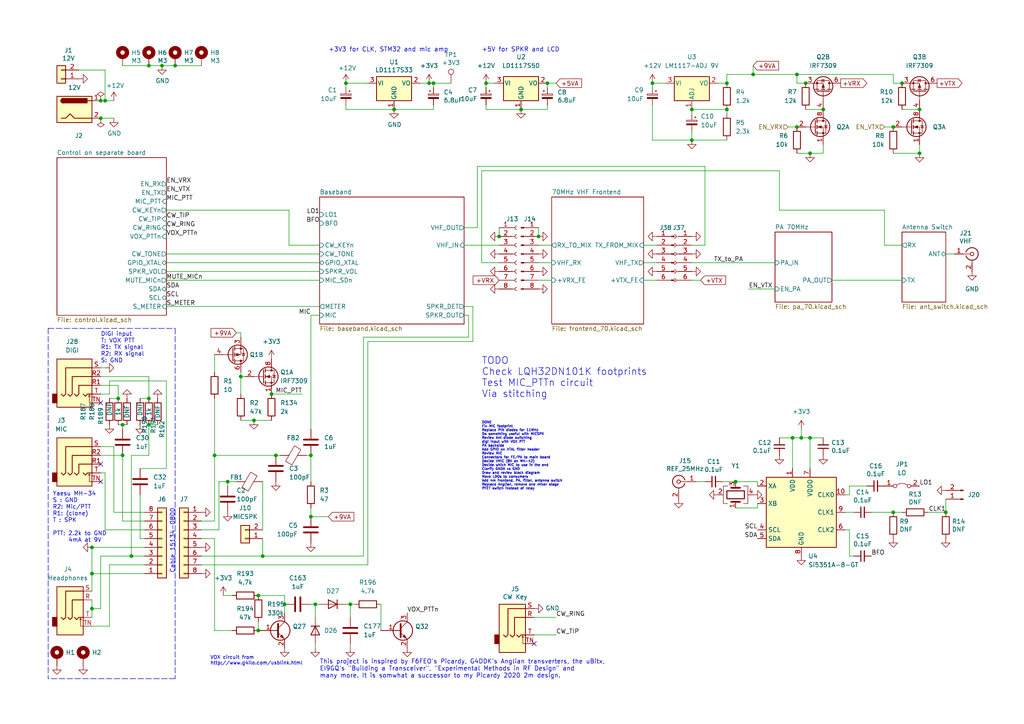
<source format=kicad_sch>
(kicad_sch (version 20211123) (generator eeschema)

  (uuid 7c83c304-769a-4be4-890e-297aba22b5b9)

  (paper "A4")

  (title_block
    (title "DART-70 TRX")
    (date "2023-02-24")
    (rev "0")
    (company "HB9EGM")
    (comment 1 "A 4m Band SSB/CW Transceiver")
  )

  

  (junction (at 232.41 127) (diameter 0) (color 0 0 0 0)
    (uuid 03889bb0-530a-4f17-942f-47bdd8c2143b)
  )
  (junction (at 74.93 182.88) (diameter 0) (color 0 0 0 0)
    (uuid 05f1488f-b95d-4647-953a-d2ec7eee61e9)
  )
  (junction (at 29.21 29.21) (diameter 0) (color 0 0 0 0)
    (uuid 0a082e3d-5a37-45bf-9936-1925b33d6b4f)
  )
  (junction (at 233.68 24.13) (diameter 0) (color 0 0 0 0)
    (uuid 0d713598-e0d7-4b64-806d-d27b5ae84128)
  )
  (junction (at 101.6 175.26) (diameter 0) (color 0 0 0 0)
    (uuid 0efaee8b-abcf-47a1-94ab-452bdfc4d10d)
  )
  (junction (at 259.08 148.59) (diameter 0) (color 0 0 0 0)
    (uuid 11ea7b85-b26d-4a7d-aaed-956352284452)
  )
  (junction (at 46.99 19.05) (diameter 0) (color 0 0 0 0)
    (uuid 130d74aa-cfde-4c45-8bfe-183aacd4590f)
  )
  (junction (at 266.7 44.45) (diameter 0) (color 0 0 0 0)
    (uuid 1379c036-b3e0-455b-b639-0f5dd015d03b)
  )
  (junction (at 210.82 24.13) (diameter 0) (color 0 0 0 0)
    (uuid 13b9a948-b29a-4475-8f42-f20ed3ed1c6a)
  )
  (junction (at 125.73 24.13) (diameter 0) (color 0 0 0 0)
    (uuid 1c29ab88-8089-4a9f-b0ec-e0493fb70d1a)
  )
  (junction (at 38.1 161.29) (diameter 0) (color 0 0 0 0)
    (uuid 2002fb77-6ce7-45e9-a078-9e559a07f8f6)
  )
  (junction (at 30.48 29.21) (diameter 0) (color 0 0 0 0)
    (uuid 248900dc-9b0b-4fb0-8b44-20e56324d88d)
  )
  (junction (at 29.21 34.29) (diameter 0) (color 0 0 0 0)
    (uuid 2bb5e7ab-7e6e-4e4b-8997-824caea277e9)
  )
  (junction (at 231.14 36.83) (diameter 0) (color 0 0 0 0)
    (uuid 2c691037-8de1-4537-a0ef-41ed59613839)
  )
  (junction (at 200.66 31.75) (diameter 0) (color 0 0 0 0)
    (uuid 398ec90b-61af-4d36-9539-63397d126e21)
  )
  (junction (at 156.21 68.58) (diameter 0) (color 0 0 0 0)
    (uuid 3f2e667c-7f64-4e6d-b9b3-bdcde11173db)
  )
  (junction (at 62.23 132.08) (diameter 0) (color 0 0 0 0)
    (uuid 3faced87-a683-4722-a968-6c8f858b2a89)
  )
  (junction (at 210.82 31.75) (diameter 0) (color 0 0 0 0)
    (uuid 4242ccf2-3c4d-4a22-8247-2311c54121ff)
  )
  (junction (at 231.14 21.59) (diameter 0) (color 0 0 0 0)
    (uuid 4750ee37-26c3-426a-a03a-0a50ee4de791)
  )
  (junction (at 43.18 19.05) (diameter 0) (color 0 0 0 0)
    (uuid 48d3528f-d200-4dbf-87c6-2835721afb0e)
  )
  (junction (at 26.67 158.75) (diameter 0) (color 0 0 0 0)
    (uuid 4909e963-8ed8-4cc7-a752-cf9a746ceb8a)
  )
  (junction (at 144.78 68.58) (diameter 0) (color 0 0 0 0)
    (uuid 49feb31b-fe70-4f82-99f6-3dbf467a2edc)
  )
  (junction (at 100.33 24.13) (diameter 0) (color 0 0 0 0)
    (uuid 547281cc-eb15-43de-9560-1b10e39a19ed)
  )
  (junction (at 91.44 175.26) (diameter 0) (color 0 0 0 0)
    (uuid 54fc4616-1350-49bf-925e-695b28bb395e)
  )
  (junction (at 238.76 31.75) (diameter 0) (color 0 0 0 0)
    (uuid 5591956a-807b-4208-83a4-6327422e118a)
  )
  (junction (at 26.67 176.53) (diameter 0) (color 0 0 0 0)
    (uuid 6b9394bd-5e58-42ea-a9a4-f58e854aea5c)
  )
  (junction (at 234.95 127) (diameter 0) (color 0 0 0 0)
    (uuid 7e67c67f-3a1d-491c-a9ea-d2c0b71576e9)
  )
  (junction (at 69.85 109.22) (diameter 0) (color 0 0 0 0)
    (uuid 8f8b4db5-ccfd-4760-89f5-ba5b4218d486)
  )
  (junction (at 259.08 36.83) (diameter 0) (color 0 0 0 0)
    (uuid 906f16af-3f1b-4545-bda0-18ebce89ce96)
  )
  (junction (at 140.97 24.13) (diameter 0) (color 0 0 0 0)
    (uuid 91bb5e66-90e9-4aff-b233-5b8d53e4ad1c)
  )
  (junction (at 124.46 24.13) (diameter 0) (color 0 0 0 0)
    (uuid 94eb2c38-e244-489c-ba32-44729ff54deb)
  )
  (junction (at 35.56 123.19) (diameter 0) (color 0 0 0 0)
    (uuid 9d55ccbc-4aa6-43b2-aa9c-42e27befe7f1)
  )
  (junction (at 26.67 166.37) (diameter 0) (color 0 0 0 0)
    (uuid 9fb2ca3c-8612-4c01-a40b-6e7e5895a1a0)
  )
  (junction (at 189.23 24.13) (diameter 0) (color 0 0 0 0)
    (uuid a01cdcc4-8ed1-4b36-8702-1b68481a60d9)
  )
  (junction (at 200.66 40.64) (diameter 0) (color 0 0 0 0)
    (uuid a13e5fb2-5800-4421-9e39-63277f01a71d)
  )
  (junction (at 274.32 148.59) (diameter 0) (color 0 0 0 0)
    (uuid a9fed849-c0d2-45ff-802c-7da3e4c52c0a)
  )
  (junction (at 78.74 114.3) (diameter 0) (color 0 0 0 0)
    (uuid aad4a030-3461-4b1e-9322-ba1ad3ac5597)
  )
  (junction (at 114.3 31.75) (diameter 0) (color 0 0 0 0)
    (uuid b0c265f7-c716-45d5-8397-630db4d2cf65)
  )
  (junction (at 218.44 21.59) (diameter 0) (color 0 0 0 0)
    (uuid b48c282b-d280-4718-bf3a-caf683cb767c)
  )
  (junction (at 82.55 175.26) (diameter 0) (color 0 0 0 0)
    (uuid c004f84b-d700-424b-b84c-a145b0082928)
  )
  (junction (at 35.56 132.08) (diameter 0) (color 0 0 0 0)
    (uuid c1ab7d65-d6a4-4014-80e6-4813d19456de)
  )
  (junction (at 74.93 172.72) (diameter 0) (color 0 0 0 0)
    (uuid c53356f3-b76d-4e9b-819d-f464046dcdf2)
  )
  (junction (at 34.29 115.57) (diameter 0) (color 0 0 0 0)
    (uuid cfd0ce93-955b-4a4c-b9df-adb69c4364b8)
  )
  (junction (at 234.95 44.45) (diameter 0) (color 0 0 0 0)
    (uuid d26d0a63-c69d-4774-9fba-12ed686b99f6)
  )
  (junction (at 73.66 121.92) (diameter 0) (color 0 0 0 0)
    (uuid d44ecef8-311a-4d38-9013-95c8299ff6b2)
  )
  (junction (at 50.8 19.05) (diameter 0) (color 0 0 0 0)
    (uuid d4b4dbc7-e763-47b2-a6cb-b5c021db8bcc)
  )
  (junction (at 66.04 139.7) (diameter 0) (color 0 0 0 0)
    (uuid d4c3f5bf-47cb-4030-92b0-bec21d62f389)
  )
  (junction (at 261.62 24.13) (diameter 0) (color 0 0 0 0)
    (uuid d531b677-92b2-4589-8265-ffb9f0a9f471)
  )
  (junction (at 80.01 132.08) (diameter 0) (color 0 0 0 0)
    (uuid d7ecc3d2-2b6e-4e36-92b9-1b58fb257359)
  )
  (junction (at 90.17 132.08) (diameter 0) (color 0 0 0 0)
    (uuid d9abc64c-b691-4ece-b128-4f1d7b31754f)
  )
  (junction (at 43.18 115.57) (diameter 0) (color 0 0 0 0)
    (uuid e9342213-9707-4d1c-a69f-a3da6fb99c7a)
  )
  (junction (at 158.75 24.13) (diameter 0) (color 0 0 0 0)
    (uuid eb69835d-9be6-45e6-b58c-d2902ddb8fb1)
  )
  (junction (at 266.7 31.75) (diameter 0) (color 0 0 0 0)
    (uuid eeabe6f1-2db7-4eed-bd0c-6e41b390284d)
  )
  (junction (at 90.17 149.86) (diameter 0) (color 0 0 0 0)
    (uuid ef105c45-a454-45c2-badb-d87d915177ef)
  )
  (junction (at 76.2 161.29) (diameter 0) (color 0 0 0 0)
    (uuid f4c650b7-943a-4c93-b622-c1362c969577)
  )
  (junction (at 229.87 127) (diameter 0) (color 0 0 0 0)
    (uuid f747ec33-420b-45bc-9778-b4604b083211)
  )
  (junction (at 151.13 31.75) (diameter 0) (color 0 0 0 0)
    (uuid f74be2ca-c140-4c85-937a-a008e4f4ddb7)
  )
  (junction (at 213.36 139.7) (diameter 0) (color 0 0 0 0)
    (uuid f8c9e2c3-818f-482b-ad48-f9fb56a455b0)
  )
  (junction (at 43.18 123.19) (diameter 0) (color 0 0 0 0)
    (uuid fd55beb5-af4c-45f5-9d86-830ec1cfc7da)
  )

  (no_connect (at 29.21 116.84) (uuid 2ccef648-ad61-491f-991d-149354748107))
  (no_connect (at 29.21 139.7) (uuid 891b06d0-7775-40c2-8d16-5452402b91d5))
  (no_connect (at 154.94 186.69) (uuid 9e56fb84-5b0b-47eb-9ee7-e24e7c08829b))
  (no_connect (at 29.21 134.62) (uuid b2135387-8c57-44ac-8ab3-29b54b43f871))

  (wire (pts (xy 29.21 34.29) (xy 33.02 34.29))
    (stroke (width 0) (type default) (color 0 0 0 0))
    (uuid 002154dd-fd21-426e-8f51-d82382197384)
  )
  (wire (pts (xy 144.78 66.04) (xy 144.78 68.58))
    (stroke (width 0) (type default) (color 0 0 0 0))
    (uuid 002bee17-761d-4946-b10f-f0b42371b19d)
  )
  (wire (pts (xy 256.54 60.96) (xy 256.54 71.12))
    (stroke (width 0) (type default) (color 0 0 0 0))
    (uuid 0051a5cc-b7c8-41b6-8151-8600227de8e2)
  )
  (wire (pts (xy 90.17 132.08) (xy 90.17 139.7))
    (stroke (width 0) (type default) (color 0 0 0 0))
    (uuid 008a59ee-36fb-4f36-a8b0-5cc99b1e8598)
  )
  (wire (pts (xy 256.54 71.12) (xy 261.62 71.12))
    (stroke (width 0) (type default) (color 0 0 0 0))
    (uuid 0116339a-5f0d-4745-a575-44652fb7d9b0)
  )
  (wire (pts (xy 29.21 111.76) (xy 34.29 111.76))
    (stroke (width 0) (type default) (color 0 0 0 0))
    (uuid 012e2806-a99e-44f3-bc66-c467def38bd2)
  )
  (wire (pts (xy 110.49 175.26) (xy 110.49 182.88))
    (stroke (width 0) (type default) (color 0 0 0 0))
    (uuid 025ac572-24f4-4397-b69b-bade669b4c40)
  )
  (wire (pts (xy 83.82 71.12) (xy 83.82 60.96))
    (stroke (width 0) (type default) (color 0 0 0 0))
    (uuid 04508b78-b957-4886-b3fa-3d951fb6452d)
  )
  (wire (pts (xy 246.38 143.51) (xy 245.11 143.51))
    (stroke (width 0) (type default) (color 0 0 0 0))
    (uuid 05f6334e-7131-4999-b788-1681af60d6df)
  )
  (wire (pts (xy 218.44 21.59) (xy 210.82 21.59))
    (stroke (width 0) (type default) (color 0 0 0 0))
    (uuid 09d1af20-c357-48ec-a10f-915c880f15b6)
  )
  (wire (pts (xy 158.75 24.13) (xy 158.75 25.4))
    (stroke (width 0) (type default) (color 0 0 0 0))
    (uuid 09fbb099-19ff-4c9e-b717-ff9eedac992b)
  )
  (wire (pts (xy 140.97 30.48) (xy 140.97 31.75))
    (stroke (width 0) (type default) (color 0 0 0 0))
    (uuid 0a3a19af-7bfa-4df3-9b73-b98420c4a518)
  )
  (wire (pts (xy 43.18 19.05) (xy 46.99 19.05))
    (stroke (width 0) (type default) (color 0 0 0 0))
    (uuid 0aad0e8d-0747-412b-85ac-039bbac4ff5e)
  )
  (wire (pts (xy 266.7 41.91) (xy 266.7 44.45))
    (stroke (width 0) (type default) (color 0 0 0 0))
    (uuid 0b3a2a48-0270-494e-962a-3658a00a0875)
  )
  (wire (pts (xy 226.06 60.96) (xy 256.54 60.96))
    (stroke (width 0) (type default) (color 0 0 0 0))
    (uuid 0bdff19d-fbde-4835-a259-d36d2ec0e6fd)
  )
  (wire (pts (xy 232.41 127) (xy 234.95 127))
    (stroke (width 0) (type default) (color 0 0 0 0))
    (uuid 0dd7a947-881a-4477-b1f8-b88536ca8809)
  )
  (wire (pts (xy 100.33 24.13) (xy 100.33 25.4))
    (stroke (width 0) (type default) (color 0 0 0 0))
    (uuid 11b5652b-07d3-428f-98d5-c354cf3693b1)
  )
  (wire (pts (xy 140.97 31.75) (xy 151.13 31.75))
    (stroke (width 0) (type default) (color 0 0 0 0))
    (uuid 160e3a4c-588b-4e79-ac75-f98bf80b7e0b)
  )
  (wire (pts (xy 210.82 31.75) (xy 210.82 33.02))
    (stroke (width 0) (type default) (color 0 0 0 0))
    (uuid 17fc291b-23f9-4de7-9168-978b13dcd03c)
  )
  (wire (pts (xy 63.5 153.67) (xy 63.5 139.7))
    (stroke (width 0) (type default) (color 0 0 0 0))
    (uuid 1869a25a-7405-4101-9da6-55f7c1e87e39)
  )
  (wire (pts (xy 26.67 166.37) (xy 41.91 166.37))
    (stroke (width 0) (type default) (color 0 0 0 0))
    (uuid 1bcf4a11-4c4f-42b8-9e84-ad79d97ffe8f)
  )
  (wire (pts (xy 69.85 96.52) (xy 68.58 96.52))
    (stroke (width 0) (type default) (color 0 0 0 0))
    (uuid 1c42fb18-8951-420c-93b3-b390805a99ab)
  )
  (wire (pts (xy 76.2 156.21) (xy 76.2 161.29))
    (stroke (width 0) (type default) (color 0 0 0 0))
    (uuid 1c9f0aaa-a7f3-4c99-ac2e-10f6713b49b4)
  )
  (wire (pts (xy 74.93 172.72) (xy 82.55 172.72))
    (stroke (width 0) (type default) (color 0 0 0 0))
    (uuid 1d4132f7-1f35-449b-a4a4-451bd4dc48ab)
  )
  (wire (pts (xy 35.56 123.19) (xy 36.83 123.19))
    (stroke (width 0) (type default) (color 0 0 0 0))
    (uuid 1f7003d3-e395-4fae-a4ec-81e60f5ef90f)
  )
  (wire (pts (xy 41.91 148.59) (xy 33.02 148.59))
    (stroke (width 0) (type default) (color 0 0 0 0))
    (uuid 216cd782-5819-4b5e-931f-7587d15e2161)
  )
  (wire (pts (xy 82.55 177.8) (xy 82.55 175.26))
    (stroke (width 0) (type default) (color 0 0 0 0))
    (uuid 219438ca-bd57-4fea-aeb4-810d77461a18)
  )
  (wire (pts (xy 193.04 24.13) (xy 189.23 24.13))
    (stroke (width 0) (type default) (color 0 0 0 0))
    (uuid 2199bdfc-0462-4363-af5e-16d8e19d600a)
  )
  (polyline (pts (xy 13.97 95.25) (xy 50.8 95.25))
    (stroke (width 0) (type default) (color 0 0 0 0))
    (uuid 246d8c70-0329-4f4d-9351-49df120458af)
  )

  (wire (pts (xy 73.66 121.92) (xy 78.74 121.92))
    (stroke (width 0) (type default) (color 0 0 0 0))
    (uuid 25eb4e9a-a9bc-41d9-ba86-5c87b9db25c8)
  )
  (wire (pts (xy 100.33 24.13) (xy 106.68 24.13))
    (stroke (width 0) (type default) (color 0 0 0 0))
    (uuid 28eca374-9b5c-4480-a1a6-52ddcbb57db2)
  )
  (wire (pts (xy 40.64 115.57) (xy 43.18 115.57))
    (stroke (width 0) (type default) (color 0 0 0 0))
    (uuid 2a3464a0-2ccd-434c-8817-4d7a2f14c67a)
  )
  (wire (pts (xy 245.11 148.59) (xy 247.65 148.59))
    (stroke (width 0) (type default) (color 0 0 0 0))
    (uuid 2a86319a-5a94-4745-ad80-6b5c02f72e82)
  )
  (wire (pts (xy 158.75 24.13) (xy 161.29 24.13))
    (stroke (width 0) (type default) (color 0 0 0 0))
    (uuid 2ea38bc3-7d3b-428e-a271-404ee98e752b)
  )
  (wire (pts (xy 135.89 91.44) (xy 135.89 97.79))
    (stroke (width 0) (type default) (color 0 0 0 0))
    (uuid 2f9b686c-0a8f-432b-9e90-c788e62691c6)
  )
  (wire (pts (xy 200.66 40.64) (xy 210.82 40.64))
    (stroke (width 0) (type default) (color 0 0 0 0))
    (uuid 33f01d9a-6abc-40a9-9b6b-d34bddbf731f)
  )
  (wire (pts (xy 256.54 36.83) (xy 259.08 36.83))
    (stroke (width 0) (type default) (color 0 0 0 0))
    (uuid 345987da-5aa5-4c5e-90e1-ddf0086ed5fb)
  )
  (wire (pts (xy 58.42 161.29) (xy 76.2 161.29))
    (stroke (width 0) (type default) (color 0 0 0 0))
    (uuid 361f9eaf-2e29-4825-b35a-439064c6d2db)
  )
  (wire (pts (xy 91.44 175.26) (xy 92.71 175.26))
    (stroke (width 0) (type default) (color 0 0 0 0))
    (uuid 36854e14-46fb-4279-bf79-0322ad1da42a)
  )
  (wire (pts (xy 62.23 102.87) (xy 62.23 107.95))
    (stroke (width 0) (type default) (color 0 0 0 0))
    (uuid 3729b657-384d-440e-9b38-b75590f72741)
  )
  (wire (pts (xy 139.7 76.2) (xy 144.78 76.2))
    (stroke (width 0) (type default) (color 0 0 0 0))
    (uuid 3a4811bf-b539-4978-b0d8-fe47f179161b)
  )
  (wire (pts (xy 67.31 172.72) (xy 64.77 172.72))
    (stroke (width 0) (type default) (color 0 0 0 0))
    (uuid 3cddbb36-7343-44a2-9871-f6b2e73f7d17)
  )
  (wire (pts (xy 134.62 66.04) (xy 138.43 66.04))
    (stroke (width 0) (type default) (color 0 0 0 0))
    (uuid 3ee41aac-558c-43a3-a816-e31001ae8352)
  )
  (wire (pts (xy 48.26 76.2) (xy 92.71 76.2))
    (stroke (width 0) (type default) (color 0 0 0 0))
    (uuid 3eeccf02-360d-4377-89f3-2458946d5853)
  )
  (wire (pts (xy 62.23 156.21) (xy 62.23 182.88))
    (stroke (width 0) (type default) (color 0 0 0 0))
    (uuid 401f2d1f-acc6-4e14-9963-49ecb3bd4627)
  )
  (wire (pts (xy 41.91 158.75) (xy 26.67 158.75))
    (stroke (width 0) (type default) (color 0 0 0 0))
    (uuid 4112aabb-0408-4a3a-9841-f57862637df1)
  )
  (wire (pts (xy 158.75 31.75) (xy 151.13 31.75))
    (stroke (width 0) (type default) (color 0 0 0 0))
    (uuid 443127ca-ab31-4ac0-90cc-723625487807)
  )
  (wire (pts (xy 208.28 24.13) (xy 210.82 24.13))
    (stroke (width 0) (type default) (color 0 0 0 0))
    (uuid 4435e8ff-b63e-4b32-81db-49caa0dd6c5f)
  )
  (wire (pts (xy 69.85 107.95) (xy 69.85 109.22))
    (stroke (width 0) (type default) (color 0 0 0 0))
    (uuid 469d1dea-56e9-4051-acba-b2ec5e9a2c33)
  )
  (wire (pts (xy 137.16 99.06) (xy 106.68 99.06))
    (stroke (width 0) (type default) (color 0 0 0 0))
    (uuid 486a1fd1-79e7-4a68-b1ac-61ed26e2b36d)
  )
  (wire (pts (xy 48.26 110.49) (xy 48.26 135.89))
    (stroke (width 0) (type default) (color 0 0 0 0))
    (uuid 48ad150c-3074-4e76-bbd8-ec98c624b5bc)
  )
  (wire (pts (xy 62.23 115.57) (xy 62.23 132.08))
    (stroke (width 0) (type default) (color 0 0 0 0))
    (uuid 496b1a5f-d49c-4515-8e6b-7fb584585bdd)
  )
  (polyline (pts (xy 50.8 95.25) (xy 50.8 196.85))
    (stroke (width 0) (type default) (color 0 0 0 0))
    (uuid 4b105a5f-5ed5-49ae-8bb9-f1d8c5566b50)
  )

  (wire (pts (xy 135.89 97.79) (xy 105.41 97.79))
    (stroke (width 0) (type default) (color 0 0 0 0))
    (uuid 4c2ca5f1-ff49-468e-a870-b80100e1827e)
  )
  (wire (pts (xy 210.82 21.59) (xy 210.82 24.13))
    (stroke (width 0) (type default) (color 0 0 0 0))
    (uuid 4c57c394-f97c-4a0b-80d4-0b5157781c3b)
  )
  (wire (pts (xy 76.2 161.29) (xy 105.41 161.29))
    (stroke (width 0) (type default) (color 0 0 0 0))
    (uuid 4d2c10b1-9329-409f-bc4d-94aebd58963e)
  )
  (wire (pts (xy 261.62 31.75) (xy 266.7 31.75))
    (stroke (width 0) (type default) (color 0 0 0 0))
    (uuid 4d5acc98-17ff-4e60-af52-349a1269dddf)
  )
  (wire (pts (xy 139.7 49.53) (xy 139.7 76.2))
    (stroke (width 0) (type default) (color 0 0 0 0))
    (uuid 4ecfe5c5-d7fc-4d05-be28-1ed42c507ec3)
  )
  (wire (pts (xy 229.87 127) (xy 232.41 127))
    (stroke (width 0) (type default) (color 0 0 0 0))
    (uuid 5130484e-13a2-434f-935d-3be30d7a93c9)
  )
  (wire (pts (xy 156.21 81.28) (xy 160.02 81.28))
    (stroke (width 0) (type default) (color 0 0 0 0))
    (uuid 52d9d6dd-4266-418b-bf9a-446977053e6f)
  )
  (wire (pts (xy 29.21 161.29) (xy 29.21 176.53))
    (stroke (width 0) (type default) (color 0 0 0 0))
    (uuid 53bb37bd-6ad6-430f-b5e5-21e40448d528)
  )
  (wire (pts (xy 29.21 176.53) (xy 26.67 176.53))
    (stroke (width 0) (type default) (color 0 0 0 0))
    (uuid 568b5dd5-7629-4c3d-9388-eaa54c2762b1)
  )
  (wire (pts (xy 35.56 19.05) (xy 43.18 19.05))
    (stroke (width 0) (type default) (color 0 0 0 0))
    (uuid 579d81c4-8fa6-40d5-b99a-d160787b45b9)
  )
  (wire (pts (xy 58.42 163.83) (xy 106.68 163.83))
    (stroke (width 0) (type default) (color 0 0 0 0))
    (uuid 57be2951-306e-483f-b29a-c5289beae3a0)
  )
  (wire (pts (xy 58.42 153.67) (xy 63.5 153.67))
    (stroke (width 0) (type default) (color 0 0 0 0))
    (uuid 58e4fb93-6235-473b-af92-bf79be065bda)
  )
  (wire (pts (xy 204.47 48.26) (xy 204.47 71.12))
    (stroke (width 0) (type default) (color 0 0 0 0))
    (uuid 5a05460d-15bc-4058-86e6-a6bff5598db7)
  )
  (wire (pts (xy 218.44 19.05) (xy 218.44 21.59))
    (stroke (width 0) (type default) (color 0 0 0 0))
    (uuid 5afca071-0542-406b-83f5-f8ed30e05c4c)
  )
  (wire (pts (xy 138.43 48.26) (xy 204.47 48.26))
    (stroke (width 0) (type default) (color 0 0 0 0))
    (uuid 5c0ae8f2-fb0b-4cbf-bd78-f6131c18140d)
  )
  (wire (pts (xy 134.62 91.44) (xy 135.89 91.44))
    (stroke (width 0) (type default) (color 0 0 0 0))
    (uuid 5c0d735a-ca1c-4202-8faf-02e515d1181f)
  )
  (wire (pts (xy 259.08 21.59) (xy 231.14 21.59))
    (stroke (width 0) (type default) (color 0 0 0 0))
    (uuid 5ea05504-bb96-4847-90cf-26cb1afd4244)
  )
  (wire (pts (xy 91.44 175.26) (xy 91.44 179.07))
    (stroke (width 0) (type default) (color 0 0 0 0))
    (uuid 5ed02c6b-f3b8-4641-86b2-3c4cac92a5b4)
  )
  (wire (pts (xy 101.6 186.69) (xy 101.6 187.96))
    (stroke (width 0) (type default) (color 0 0 0 0))
    (uuid 5ed5b405-912e-49a2-adbb-ff35d95f4100)
  )
  (wire (pts (xy 76.2 139.7) (xy 76.2 153.67))
    (stroke (width 0) (type default) (color 0 0 0 0))
    (uuid 601c5479-68c8-4d7c-bbde-860bd11a7597)
  )
  (wire (pts (xy 38.1 161.29) (xy 29.21 161.29))
    (stroke (width 0) (type default) (color 0 0 0 0))
    (uuid 6062b414-90cb-4cef-839a-25d90087f1b4)
  )
  (wire (pts (xy 38.1 132.08) (xy 43.18 132.08))
    (stroke (width 0) (type default) (color 0 0 0 0))
    (uuid 60d27bb0-faad-48a9-89c1-b059b592a640)
  )
  (wire (pts (xy 35.56 151.13) (xy 41.91 151.13))
    (stroke (width 0) (type default) (color 0 0 0 0))
    (uuid 6123b0cd-d677-4963-a353-8d6b35692422)
  )
  (polyline (pts (xy 50.8 196.85) (xy 13.97 196.85))
    (stroke (width 0) (type default) (color 0 0 0 0))
    (uuid 6188cf07-9c8d-498a-9db9-9718888dfe39)
  )

  (wire (pts (xy 124.46 24.13) (xy 125.73 24.13))
    (stroke (width 0) (type default) (color 0 0 0 0))
    (uuid 63da3512-bd51-489d-833d-20bce6d76019)
  )
  (wire (pts (xy 251.46 140.97) (xy 246.38 140.97))
    (stroke (width 0) (type default) (color 0 0 0 0))
    (uuid 64e90390-0f4c-4cc1-bafa-363ce23516e9)
  )
  (wire (pts (xy 246.38 161.29) (xy 246.38 153.67))
    (stroke (width 0) (type default) (color 0 0 0 0))
    (uuid 65dd0601-a23d-4c5d-b924-966fc498cbfc)
  )
  (wire (pts (xy 238.76 44.45) (xy 234.95 44.45))
    (stroke (width 0) (type default) (color 0 0 0 0))
    (uuid 67fd7240-7a2e-4504-8c70-47b3112c634e)
  )
  (wire (pts (xy 26.67 166.37) (xy 26.67 171.45))
    (stroke (width 0) (type default) (color 0 0 0 0))
    (uuid 696f862b-a951-463f-ad29-011c067090d6)
  )
  (wire (pts (xy 246.38 153.67) (xy 245.11 153.67))
    (stroke (width 0) (type default) (color 0 0 0 0))
    (uuid 699bee8c-8bc3-4aa6-b4ed-0aa4d255078a)
  )
  (wire (pts (xy 29.21 114.3) (xy 31.75 114.3))
    (stroke (width 0) (type default) (color 0 0 0 0))
    (uuid 6a5afd47-09df-4a89-803d-e13998688277)
  )
  (wire (pts (xy 38.1 161.29) (xy 38.1 132.08))
    (stroke (width 0) (type default) (color 0 0 0 0))
    (uuid 6ac2f4eb-9300-4682-9dca-8ec36d45a0ab)
  )
  (wire (pts (xy 234.95 127) (xy 234.95 135.89))
    (stroke (width 0) (type default) (color 0 0 0 0))
    (uuid 6b09c60c-c53b-47dd-b8b8-94f682cd2086)
  )
  (wire (pts (xy 58.42 151.13) (xy 62.23 151.13))
    (stroke (width 0) (type default) (color 0 0 0 0))
    (uuid 6cc72bfd-2651-4e90-af42-5d6cec3950c1)
  )
  (wire (pts (xy 156.21 66.04) (xy 156.21 68.58))
    (stroke (width 0) (type default) (color 0 0 0 0))
    (uuid 6d63f93a-5c70-4c67-8eef-6977db41fdd0)
  )
  (wire (pts (xy 26.67 173.99) (xy 26.67 176.53))
    (stroke (width 0) (type default) (color 0 0 0 0))
    (uuid 7019dafb-64b4-4e22-837e-9f37341a0157)
  )
  (wire (pts (xy 48.26 78.74) (xy 92.71 78.74))
    (stroke (width 0) (type default) (color 0 0 0 0))
    (uuid 73062404-be1b-4744-bd1e-9e3d624b8fb3)
  )
  (wire (pts (xy 66.04 139.7) (xy 68.58 139.7))
    (stroke (width 0) (type default) (color 0 0 0 0))
    (uuid 735e33ba-0601-4acb-983d-1656020ec14e)
  )
  (wire (pts (xy 259.08 24.13) (xy 261.62 24.13))
    (stroke (width 0) (type default) (color 0 0 0 0))
    (uuid 73697aae-1f79-401a-bdaa-9ebc2f2340de)
  )
  (wire (pts (xy 140.97 24.13) (xy 140.97 25.4))
    (stroke (width 0) (type default) (color 0 0 0 0))
    (uuid 7471700d-9a5d-406e-b9fc-bdeed49379fa)
  )
  (wire (pts (xy 30.48 29.21) (xy 33.02 29.21))
    (stroke (width 0) (type default) (color 0 0 0 0))
    (uuid 74760d5b-303c-4603-ac2e-6b5209546581)
  )
  (polyline (pts (xy 13.97 95.25) (xy 13.97 196.85))
    (stroke (width 0) (type default) (color 0 0 0 0))
    (uuid 74e37401-14d3-4e3c-84ed-7ddb4d75b44f)
  )

  (wire (pts (xy 29.21 129.54) (xy 33.02 129.54))
    (stroke (width 0) (type default) (color 0 0 0 0))
    (uuid 754f923b-5aa7-4d87-b589-d53346af6023)
  )
  (wire (pts (xy 62.23 182.88) (xy 67.31 182.88))
    (stroke (width 0) (type default) (color 0 0 0 0))
    (uuid 77cc857c-e045-46ac-921a-7b86818ca625)
  )
  (wire (pts (xy 156.21 76.2) (xy 160.02 76.2))
    (stroke (width 0) (type default) (color 0 0 0 0))
    (uuid 7887f659-7796-4d20-b8ec-45fe37db4d3b)
  )
  (wire (pts (xy 22.86 20.32) (xy 30.48 20.32))
    (stroke (width 0) (type default) (color 0 0 0 0))
    (uuid 79aced1b-30d4-4883-86bf-8a38d664736a)
  )
  (wire (pts (xy 134.62 71.12) (xy 144.78 71.12))
    (stroke (width 0) (type default) (color 0 0 0 0))
    (uuid 7b959fed-4370-4448-9d17-fbc4f5703c60)
  )
  (wire (pts (xy 31.75 115.57) (xy 34.29 115.57))
    (stroke (width 0) (type default) (color 0 0 0 0))
    (uuid 7c8f4fb6-d76c-4fd6-89a0-af30aa8d7cb9)
  )
  (wire (pts (xy 252.73 148.59) (xy 259.08 148.59))
    (stroke (width 0) (type default) (color 0 0 0 0))
    (uuid 7d4200e5-e280-4699-af56-048ba84247d3)
  )
  (wire (pts (xy 81.28 132.08) (xy 80.01 132.08))
    (stroke (width 0) (type default) (color 0 0 0 0))
    (uuid 7fcd6903-4017-464e-a708-1e51b67dd39f)
  )
  (wire (pts (xy 26.67 158.75) (xy 26.67 166.37))
    (stroke (width 0) (type default) (color 0 0 0 0))
    (uuid 80203512-93fd-487a-a00c-1916502463c3)
  )
  (wire (pts (xy 137.16 88.9) (xy 137.16 99.06))
    (stroke (width 0) (type default) (color 0 0 0 0))
    (uuid 812f91c0-f736-4383-bfee-2790347c3abf)
  )
  (wire (pts (xy 90.17 149.86) (xy 95.25 149.86))
    (stroke (width 0) (type default) (color 0 0 0 0))
    (uuid 816e41e9-8ef8-4e70-a70f-02175bdc97c4)
  )
  (wire (pts (xy 234.95 44.45) (xy 231.14 44.45))
    (stroke (width 0) (type default) (color 0 0 0 0))
    (uuid 86c60f4b-4421-4865-beff-ed93adca8ac2)
  )
  (wire (pts (xy 186.69 76.2) (xy 190.5 76.2))
    (stroke (width 0) (type default) (color 0 0 0 0))
    (uuid 89f5cd17-8501-4243-bc98-0e8a1aab3a95)
  )
  (wire (pts (xy 69.85 109.22) (xy 69.85 114.3))
    (stroke (width 0) (type default) (color 0 0 0 0))
    (uuid 8a096409-910f-4b78-890d-9e8768ba72ab)
  )
  (wire (pts (xy 43.18 109.22) (xy 29.21 109.22))
    (stroke (width 0) (type default) (color 0 0 0 0))
    (uuid 8c21da1a-7f0f-49f7-bf28-d155cb03be4b)
  )
  (wire (pts (xy 34.29 123.19) (xy 35.56 123.19))
    (stroke (width 0) (type default) (color 0 0 0 0))
    (uuid 8d12d79e-51f7-4ca7-b044-3e4e258b0ca7)
  )
  (wire (pts (xy 247.65 161.29) (xy 246.38 161.29))
    (stroke (width 0) (type default) (color 0 0 0 0))
    (uuid 8e0abe23-8e7e-48a9-af11-f26197bd8fbf)
  )
  (wire (pts (xy 74.93 180.34) (xy 74.93 182.88))
    (stroke (width 0) (type default) (color 0 0 0 0))
    (uuid 8f1ab95b-1867-4005-8242-092f60cbfea5)
  )
  (wire (pts (xy 189.23 30.48) (xy 189.23 40.64))
    (stroke (width 0) (type default) (color 0 0 0 0))
    (uuid 8f5c2a3a-b2da-434e-8810-9da52a5e413a)
  )
  (wire (pts (xy 29.21 132.08) (xy 35.56 132.08))
    (stroke (width 0) (type default) (color 0 0 0 0))
    (uuid 8fe92221-afec-47ce-a89d-2a3cf937d9a2)
  )
  (wire (pts (xy 35.56 123.19) (xy 35.56 124.46))
    (stroke (width 0) (type default) (color 0 0 0 0))
    (uuid 900073c8-27f0-4864-bec9-14e524ac2d69)
  )
  (wire (pts (xy 134.62 88.9) (xy 137.16 88.9))
    (stroke (width 0) (type default) (color 0 0 0 0))
    (uuid 906c4fbb-4fdd-48c5-aa07-85c56299e46a)
  )
  (wire (pts (xy 90.17 147.32) (xy 90.17 149.86))
    (stroke (width 0) (type default) (color 0 0 0 0))
    (uuid 91c438b1-678d-4a85-be0e-771bfbc58931)
  )
  (wire (pts (xy 233.68 31.75) (xy 238.76 31.75))
    (stroke (width 0) (type default) (color 0 0 0 0))
    (uuid 92dfb53a-5556-47b1-8088-214aebbc803d)
  )
  (wire (pts (xy 92.71 91.44) (xy 90.17 91.44))
    (stroke (width 0) (type default) (color 0 0 0 0))
    (uuid 935427ba-97bd-4319-b38c-51b473619c8a)
  )
  (wire (pts (xy 34.29 111.76) (xy 34.29 115.57))
    (stroke (width 0) (type default) (color 0 0 0 0))
    (uuid 93dc0368-dae8-476c-8070-e86bda493011)
  )
  (wire (pts (xy 158.75 30.48) (xy 158.75 31.75))
    (stroke (width 0) (type default) (color 0 0 0 0))
    (uuid 96e30a9c-78b6-4d1a-bc72-6cbdc7743876)
  )
  (wire (pts (xy 90.17 91.44) (xy 90.17 124.46))
    (stroke (width 0) (type default) (color 0 0 0 0))
    (uuid 9792cf44-3261-4d9f-8ae0-31fdeec0dc70)
  )
  (wire (pts (xy 35.56 151.13) (xy 35.56 132.08))
    (stroke (width 0) (type default) (color 0 0 0 0))
    (uuid 98ea83ac-41c6-4b7d-be63-41372bbd6e24)
  )
  (wire (pts (xy 100.33 30.48) (xy 100.33 31.75))
    (stroke (width 0) (type default) (color 0 0 0 0))
    (uuid 99f8394d-1325-4f0e-9ed0-19dceab6e1f9)
  )
  (wire (pts (xy 62.23 132.08) (xy 80.01 132.08))
    (stroke (width 0) (type default) (color 0 0 0 0))
    (uuid 9c3d736f-f850-40b5-83bf-bf71ce2d8e7c)
  )
  (wire (pts (xy 105.41 97.79) (xy 105.41 161.29))
    (stroke (width 0) (type default) (color 0 0 0 0))
    (uuid 9c4c0112-7564-4034-996a-b0e56c2141a6)
  )
  (wire (pts (xy 186.69 71.12) (xy 190.5 71.12))
    (stroke (width 0) (type default) (color 0 0 0 0))
    (uuid 9d00ede8-7480-44d8-b21e-d16dd17b75ac)
  )
  (wire (pts (xy 238.76 127) (xy 234.95 127))
    (stroke (width 0) (type default) (color 0 0 0 0))
    (uuid 9d3a7a2b-8bae-4d82-8634-16a99f57e389)
  )
  (wire (pts (xy 33.02 129.54) (xy 33.02 148.59))
    (stroke (width 0) (type default) (color 0 0 0 0))
    (uuid 9d5b6cd8-17f0-45de-b87b-5c8a0bd4db14)
  )
  (wire (pts (xy 228.6 36.83) (xy 231.14 36.83))
    (stroke (width 0) (type default) (color 0 0 0 0))
    (uuid a057c374-c462-4764-bd16-2c00eef92afa)
  )
  (wire (pts (xy 48.26 81.28) (xy 92.71 81.28))
    (stroke (width 0) (type default) (color 0 0 0 0))
    (uuid a1864b64-1865-4240-b098-5056fb759def)
  )
  (wire (pts (xy 154.94 179.07) (xy 161.29 179.07))
    (stroke (width 0) (type default) (color 0 0 0 0))
    (uuid a1abde39-78d5-402d-bb1c-75243c61d29b)
  )
  (wire (pts (xy 232.41 124.46) (xy 232.41 127))
    (stroke (width 0) (type default) (color 0 0 0 0))
    (uuid a39008b0-0dd6-44dc-b176-ab03b6874ae7)
  )
  (wire (pts (xy 274.32 73.66) (xy 276.86 73.66))
    (stroke (width 0) (type default) (color 0 0 0 0))
    (uuid a43beeeb-0d60-44c9-bc6b-40c9e75459e8)
  )
  (wire (pts (xy 88.9 132.08) (xy 90.17 132.08))
    (stroke (width 0) (type default) (color 0 0 0 0))
    (uuid a5f4f26e-4b82-496f-b7bb-4ed4211f8100)
  )
  (wire (pts (xy 100.33 31.75) (xy 114.3 31.75))
    (stroke (width 0) (type default) (color 0 0 0 0))
    (uuid a69bb6f5-978b-49bb-9446-4ec9cfe4501e)
  )
  (wire (pts (xy 82.55 175.26) (xy 82.55 172.72))
    (stroke (width 0) (type default) (color 0 0 0 0))
    (uuid a6baa060-c82d-461a-96f5-4f21d73265a4)
  )
  (wire (pts (xy 259.08 21.59) (xy 259.08 24.13))
    (stroke (width 0) (type default) (color 0 0 0 0))
    (uuid a7349b87-3477-4ba5-bc62-3587f94ab817)
  )
  (wire (pts (xy 66.04 140.97) (xy 66.04 139.7))
    (stroke (width 0) (type default) (color 0 0 0 0))
    (uuid a8d341ec-3332-4d82-8a1f-e52e32f564f1)
  )
  (wire (pts (xy 63.5 139.7) (xy 66.04 139.7))
    (stroke (width 0) (type default) (color 0 0 0 0))
    (uuid a9276ad3-2500-44c6-895a-e842a0033021)
  )
  (wire (pts (xy 40.64 143.51) (xy 40.64 156.21))
    (stroke (width 0) (type default) (color 0 0 0 0))
    (uuid a97e4f3d-f371-47f1-8ee9-cbe61c23c759)
  )
  (wire (pts (xy 30.48 153.67) (xy 30.48 137.16))
    (stroke (width 0) (type default) (color 0 0 0 0))
    (uuid a99a526a-0727-4d5d-b793-47c299fd72ba)
  )
  (wire (pts (xy 69.85 97.79) (xy 69.85 96.52))
    (stroke (width 0) (type default) (color 0 0 0 0))
    (uuid ab033de2-6886-4e4c-b9c3-21d6481b406d)
  )
  (wire (pts (xy 138.43 66.04) (xy 138.43 48.26))
    (stroke (width 0) (type default) (color 0 0 0 0))
    (uuid ad195d4d-ed76-4a26-ac30-01da417bd64b)
  )
  (wire (pts (xy 69.85 109.22) (xy 71.12 109.22))
    (stroke (width 0) (type default) (color 0 0 0 0))
    (uuid ad4538db-3731-4206-9c84-06101425be48)
  )
  (wire (pts (xy 231.14 21.59) (xy 218.44 21.59))
    (stroke (width 0) (type default) (color 0 0 0 0))
    (uuid ad76707e-1f2e-4941-86a0-50951acd24bc)
  )
  (wire (pts (xy 91.44 186.69) (xy 91.44 187.96))
    (stroke (width 0) (type default) (color 0 0 0 0))
    (uuid add05f6f-edf6-4631-b6b3-35897f9e8c7b)
  )
  (wire (pts (xy 189.23 40.64) (xy 200.66 40.64))
    (stroke (width 0) (type default) (color 0 0 0 0))
    (uuid aed0a299-8aa6-4a50-b993-c38efe5fdd7a)
  )
  (wire (pts (xy 217.17 83.82) (xy 224.79 83.82))
    (stroke (width 0) (type default) (color 0 0 0 0))
    (uuid b056317e-32ca-4f2d-b310-fc1492cc5060)
  )
  (wire (pts (xy 90.17 175.26) (xy 91.44 175.26))
    (stroke (width 0) (type default) (color 0 0 0 0))
    (uuid b1a62f88-404d-483f-bb63-16c8188b4f3a)
  )
  (wire (pts (xy 189.23 24.13) (xy 189.23 25.4))
    (stroke (width 0) (type default) (color 0 0 0 0))
    (uuid b1ea2466-2371-4b96-9289-6c42e0f0b899)
  )
  (wire (pts (xy 62.23 151.13) (xy 62.23 132.08))
    (stroke (width 0) (type default) (color 0 0 0 0))
    (uuid b32653e4-7801-40ea-b61b-f0311c01d3b4)
  )
  (wire (pts (xy 266.7 44.45) (xy 259.08 44.45))
    (stroke (width 0) (type default) (color 0 0 0 0))
    (uuid b5cbe891-dcdf-4951-8f0a-b2c28e4293cd)
  )
  (wire (pts (xy 58.42 156.21) (xy 62.23 156.21))
    (stroke (width 0) (type default) (color 0 0 0 0))
    (uuid b66c197d-a987-4d64-bb63-7ddb1a72d7fd)
  )
  (wire (pts (xy 31.75 110.49) (xy 48.26 110.49))
    (stroke (width 0) (type default) (color 0 0 0 0))
    (uuid b81d0c78-d550-41d4-a1eb-117ebf171da9)
  )
  (wire (pts (xy 101.6 175.26) (xy 102.87 175.26))
    (stroke (width 0) (type default) (color 0 0 0 0))
    (uuid ba28163c-9ab2-44c5-b089-1433660941d6)
  )
  (wire (pts (xy 231.14 24.13) (xy 233.68 24.13))
    (stroke (width 0) (type default) (color 0 0 0 0))
    (uuid bb78f99c-6783-4afe-a661-68817d4180ab)
  )
  (wire (pts (xy 246.38 140.97) (xy 246.38 143.51))
    (stroke (width 0) (type default) (color 0 0 0 0))
    (uuid bcb20d96-4c0e-4c98-a263-0cdd41ab15e5)
  )
  (wire (pts (xy 31.75 114.3) (xy 31.75 110.49))
    (stroke (width 0) (type default) (color 0 0 0 0))
    (uuid bd0e4fad-23a4-44c5-8109-e923d950f5c3)
  )
  (wire (pts (xy 200.66 38.1) (xy 200.66 40.64))
    (stroke (width 0) (type default) (color 0 0 0 0))
    (uuid bda7a16e-b931-4d51-b769-ff5809beef5f)
  )
  (wire (pts (xy 48.26 60.96) (xy 83.82 60.96))
    (stroke (width 0) (type default) (color 0 0 0 0))
    (uuid bfce1213-d511-4811-bc9d-beb994b8b9fe)
  )
  (wire (pts (xy 31.75 163.83) (xy 31.75 181.61))
    (stroke (width 0) (type default) (color 0 0 0 0))
    (uuid c0738ee3-5ef6-48be-9a20-f10b8cdc3a6d)
  )
  (wire (pts (xy 41.91 161.29) (xy 38.1 161.29))
    (stroke (width 0) (type default) (color 0 0 0 0))
    (uuid c12b5903-2f75-49c3-8332-69e02fb1aff7)
  )
  (wire (pts (xy 41.91 156.21) (xy 40.64 156.21))
    (stroke (width 0) (type default) (color 0 0 0 0))
    (uuid c13eaffb-5c39-4e48-8c42-cc2bcee712b4)
  )
  (wire (pts (xy 229.87 127) (xy 229.87 135.89))
    (stroke (width 0) (type default) (color 0 0 0 0))
    (uuid c24d03f2-5bff-4d74-88e5-481cd2f1e035)
  )
  (wire (pts (xy 274.32 148.59) (xy 274.32 144.78))
    (stroke (width 0) (type default) (color 0 0 0 0))
    (uuid c48e879f-0b64-4f86-a8cf-003dbff29c4e)
  )
  (wire (pts (xy 226.06 49.53) (xy 226.06 60.96))
    (stroke (width 0) (type default) (color 0 0 0 0))
    (uuid c4edda47-532d-4e95-9fc8-38bd0ed58dfb)
  )
  (wire (pts (xy 106.68 99.06) (xy 106.68 163.83))
    (stroke (width 0) (type default) (color 0 0 0 0))
    (uuid c5747d63-7293-4c9e-a6a4-eaa0310e86ea)
  )
  (wire (pts (xy 186.69 81.28) (xy 190.5 81.28))
    (stroke (width 0) (type default) (color 0 0 0 0))
    (uuid c64a6907-65ea-4d9f-8271-b12257b06b60)
  )
  (wire (pts (xy 261.62 148.59) (xy 259.08 148.59))
    (stroke (width 0) (type default) (color 0 0 0 0))
    (uuid cbbfb5e5-7e85-4367-b6a7-9b21fc6d9e17)
  )
  (wire (pts (xy 139.7 49.53) (xy 226.06 49.53))
    (stroke (width 0) (type default) (color 0 0 0 0))
    (uuid cbd19eae-411c-4ba9-9265-3a6ab1b93364)
  )
  (wire (pts (xy 213.36 147.32) (xy 219.71 147.32))
    (stroke (width 0) (type default) (color 0 0 0 0))
    (uuid cc89f37d-2221-4ee8-a763-21432c733f93)
  )
  (wire (pts (xy 121.92 24.13) (xy 124.46 24.13))
    (stroke (width 0) (type default) (color 0 0 0 0))
    (uuid cdc3b2bb-9f60-476c-ac94-bf550b6e7b5e)
  )
  (wire (pts (xy 238.76 41.91) (xy 238.76 44.45))
    (stroke (width 0) (type default) (color 0 0 0 0))
    (uuid cdf8245b-2e03-441d-8536-8e14a3d0d2ff)
  )
  (wire (pts (xy 226.06 127) (xy 229.87 127))
    (stroke (width 0) (type default) (color 0 0 0 0))
    (uuid ceb52c7a-a12c-449a-be98-109b3a3bd409)
  )
  (wire (pts (xy 41.91 163.83) (xy 31.75 163.83))
    (stroke (width 0) (type default) (color 0 0 0 0))
    (uuid d1791382-8e9e-408d-8461-11f5ded4ad48)
  )
  (wire (pts (xy 29.21 29.21) (xy 30.48 29.21))
    (stroke (width 0) (type default) (color 0 0 0 0))
    (uuid d18620ef-44b4-47e8-b939-bb0398e91c85)
  )
  (wire (pts (xy 203.2 81.28) (xy 200.66 81.28))
    (stroke (width 0) (type default) (color 0 0 0 0))
    (uuid d3a84e57-57ed-4e86-bbef-110f27537e2d)
  )
  (wire (pts (xy 101.6 175.26) (xy 100.33 175.26))
    (stroke (width 0) (type default) (color 0 0 0 0))
    (uuid d45f846b-c301-44d2-87d8-543fb71fc96f)
  )
  (wire (pts (xy 219.71 139.7) (xy 219.71 140.97))
    (stroke (width 0) (type default) (color 0 0 0 0))
    (uuid d51dda35-7a1a-4d41-817a-7bb1f7f6ffd4)
  )
  (wire (pts (xy 125.73 24.13) (xy 130.81 24.13))
    (stroke (width 0) (type default) (color 0 0 0 0))
    (uuid d525e71e-c2ed-4851-a87b-7438f67fb580)
  )
  (wire (pts (xy 46.99 19.05) (xy 50.8 19.05))
    (stroke (width 0) (type default) (color 0 0 0 0))
    (uuid d5d26400-826e-40a5-a7b1-6a9ebbaedfb4)
  )
  (wire (pts (xy 204.47 71.12) (xy 200.66 71.12))
    (stroke (width 0) (type default) (color 0 0 0 0))
    (uuid d6359d4b-1c12-4663-b116-45be3135a185)
  )
  (wire (pts (xy 43.18 109.22) (xy 43.18 115.57))
    (stroke (width 0) (type default) (color 0 0 0 0))
    (uuid d69edc37-e033-4412-95fb-f9006872dc8c)
  )
  (wire (pts (xy 241.3 81.28) (xy 261.62 81.28))
    (stroke (width 0) (type default) (color 0 0 0 0))
    (uuid dd34928a-03c5-4a5d-a033-92155af70ac7)
  )
  (wire (pts (xy 140.97 24.13) (xy 143.51 24.13))
    (stroke (width 0) (type default) (color 0 0 0 0))
    (uuid dd927172-6a9a-406f-a951-4e7f78cebb7b)
  )
  (wire (pts (xy 101.6 179.07) (xy 101.6 175.26))
    (stroke (width 0) (type default) (color 0 0 0 0))
    (uuid df100a56-7392-493d-8b6e-86fc6143d01d)
  )
  (wire (pts (xy 50.8 19.05) (xy 58.42 19.05))
    (stroke (width 0) (type default) (color 0 0 0 0))
    (uuid dfd58d9e-0c03-4a20-9983-0d32c26093d8)
  )
  (wire (pts (xy 29.21 137.16) (xy 30.48 137.16))
    (stroke (width 0) (type default) (color 0 0 0 0))
    (uuid e0b9a722-e170-4302-a4fd-5e8753db7507)
  )
  (wire (pts (xy 26.67 176.53) (xy 26.67 179.07))
    (stroke (width 0) (type default) (color 0 0 0 0))
    (uuid e13bdf92-8a8e-480a-979d-89eb54f62599)
  )
  (wire (pts (xy 30.48 153.67) (xy 41.91 153.67))
    (stroke (width 0) (type default) (color 0 0 0 0))
    (uuid e14c95a1-54f8-45dd-a1c7-754772fa0aa1)
  )
  (wire (pts (xy 200.66 76.2) (xy 224.79 76.2))
    (stroke (width 0) (type default) (color 0 0 0 0))
    (uuid e172e707-37ee-4eca-bafc-b341a9ceabaa)
  )
  (wire (pts (xy 48.26 88.9) (xy 92.71 88.9))
    (stroke (width 0) (type default) (color 0 0 0 0))
    (uuid e1e720db-7dfc-41da-9ad4-b3768ff49c06)
  )
  (wire (pts (xy 114.3 31.75) (xy 125.73 31.75))
    (stroke (width 0) (type default) (color 0 0 0 0))
    (uuid e264f0d9-6386-4838-a810-81df8032f681)
  )
  (wire (pts (xy 30.48 20.32) (xy 30.48 29.21))
    (stroke (width 0) (type default) (color 0 0 0 0))
    (uuid e49f1b40-a83b-4b72-93d7-dd44349357c4)
  )
  (wire (pts (xy 43.18 123.19) (xy 45.72 123.19))
    (stroke (width 0) (type default) (color 0 0 0 0))
    (uuid e7845d68-e5dc-4948-b8be-e64f3e188bb5)
  )
  (wire (pts (xy 154.94 184.15) (xy 161.29 184.15))
    (stroke (width 0) (type default) (color 0 0 0 0))
    (uuid e7ac32f0-5e71-4c65-ac6f-730f4731f5f7)
  )
  (wire (pts (xy 48.26 73.66) (xy 92.71 73.66))
    (stroke (width 0) (type default) (color 0 0 0 0))
    (uuid e7fda734-bc52-4f7b-a47b-c1ec6d307d8f)
  )
  (wire (pts (xy 48.26 135.89) (xy 40.64 135.89))
    (stroke (width 0) (type default) (color 0 0 0 0))
    (uuid e91dad84-d131-4d30-aeb9-ac5dff4b3633)
  )
  (wire (pts (xy 274.32 148.59) (xy 269.24 148.59))
    (stroke (width 0) (type default) (color 0 0 0 0))
    (uuid ea6f4611-7eac-4b21-b232-fff65a738b95)
  )
  (wire (pts (xy 209.55 139.7) (xy 213.36 139.7))
    (stroke (width 0) (type default) (color 0 0 0 0))
    (uuid ea97e745-2bac-4983-a78b-499e0f8d7b6d)
  )
  (wire (pts (xy 200.66 31.75) (xy 210.82 31.75))
    (stroke (width 0) (type default) (color 0 0 0 0))
    (uuid eb9b3733-e4ec-4731-87f1-5f6fd8f11a68)
  )
  (wire (pts (xy 156.21 71.12) (xy 160.02 71.12))
    (stroke (width 0) (type default) (color 0 0 0 0))
    (uuid ecfe8984-0282-4208-8f3d-aa8b3adb9dd8)
  )
  (wire (pts (xy 73.66 121.92) (xy 69.85 121.92))
    (stroke (width 0) (type default) (color 0 0 0 0))
    (uuid f0e02b10-4b80-421d-bff9-70643e16b8eb)
  )
  (wire (pts (xy 83.82 71.12) (xy 92.71 71.12))
    (stroke (width 0) (type default) (color 0 0 0 0))
    (uuid f22441fb-3978-4762-b6a3-6def4069e413)
  )
  (wire (pts (xy 204.47 139.7) (xy 201.93 139.7))
    (stroke (width 0) (type default) (color 0 0 0 0))
    (uuid f38fd353-54b3-403a-9387-7ff36888e6a9)
  )
  (wire (pts (xy 213.36 139.7) (xy 219.71 139.7))
    (stroke (width 0) (type default) (color 0 0 0 0))
    (uuid f7008c47-327e-4961-9c20-bbaf09b0d636)
  )
  (wire (pts (xy 219.71 147.32) (xy 219.71 146.05))
    (stroke (width 0) (type default) (color 0 0 0 0))
    (uuid f841e691-04bf-4057-bcb4-476ba3910c05)
  )
  (wire (pts (xy 78.74 114.3) (xy 87.63 114.3))
    (stroke (width 0) (type default) (color 0 0 0 0))
    (uuid fa65e259-7efa-4f51-bd0f-f4ac061edaac)
  )
  (wire (pts (xy 125.73 30.48) (xy 125.73 31.75))
    (stroke (width 0) (type default) (color 0 0 0 0))
    (uuid fc244ca3-4412-44ac-b1f3-44d00d15b5ac)
  )
  (wire (pts (xy 200.66 31.75) (xy 200.66 33.02))
    (stroke (width 0) (type default) (color 0 0 0 0))
    (uuid fc4a7459-1bb4-4226-8823-ec552cb8417e)
  )
  (wire (pts (xy 43.18 123.19) (xy 43.18 132.08))
    (stroke (width 0) (type default) (color 0 0 0 0))
    (uuid fcd3e21a-290b-48f5-9d98-bf10da5f3f08)
  )
  (wire (pts (xy 29.21 106.68) (xy 30.48 106.68))
    (stroke (width 0) (type default) (color 0 0 0 0))
    (uuid fe6c5c62-a539-4eb7-88f4-5a724361eef1)
  )
  (wire (pts (xy 231.14 21.59) (xy 231.14 24.13))
    (stroke (width 0) (type default) (color 0 0 0 0))
    (uuid fe8a3f3f-3126-421d-b59c-37217ed6f49c)
  )
  (wire (pts (xy 125.73 24.13) (xy 125.73 25.4))
    (stroke (width 0) (type default) (color 0 0 0 0))
    (uuid ffb99ea8-48c3-486c-94d4-7034e45d57f7)
  )
  (wire (pts (xy 31.75 181.61) (xy 26.67 181.61))
    (stroke (width 0) (type default) (color 0 0 0 0))
    (uuid ffbbcbe6-15b0-480e-b792-9f7693fff52a)
  )

  (text "+5V for SPKR and LCD" (at 139.7 15.24 0)
    (effects (font (size 1.27 1.27)) (justify left bottom))
    (uuid 239d5a08-bfc0-4925-8e7a-6431dab8181d)
  )
  (text "VOX circuit from\nhttp://www.g4ilo.com/usblink.html"
    (at 60.96 193.04 0)
    (effects (font (size 1 1)) (justify left bottom))
    (uuid 690337fc-9d51-4dcd-a71e-55c152ad9d3e)
  )
  (text "Cable 15134-0800" (at 50.8 166.37 90)
    (effects (font (size 1.27 1.27)) (justify left bottom))
    (uuid 79e801b2-3848-4600-8f04-05e4cce85305)
  )
  (text "Yaesu MH-34\nS : GND\nR2: Mic/PTT\nR1: (clone)\nT : SPK\n\nPTT: 2.2k to GND\n     4mA at 9V"
    (at 15.24 157.48 0)
    (effects (font (size 1.1938 1.1938)) (justify left bottom))
    (uuid aa6d67fe-cd8b-468d-8447-611ba063ffe2)
  )
  (text "TODO\nCheck LQH32DN101K footprints\nTest MIC_PTTn circuit\nVia stitching"
    (at 139.7 115.57 0)
    (effects (font (size 2 2)) (justify left bottom))
    (uuid bb2e7fd8-c90d-4499-afb3-dd966ff449a9)
  )
  (text "This project is inspired by F6FEO's Picardy, G4DDK's Anglian transverters, the uBitx,\nEI9GQ's \"Building a Transceiver\", \"Experimental Methods in RF Design\" and\nmany more. It is somwhat a successor to my Picardy 2020 2m design."
    (at 92.71 196.85 0)
    (effects (font (size 1.27 1.27)) (justify left bottom))
    (uuid cc99dfff-7e1c-41c9-90b0-50846ceea0a1)
  )
  (text "DIGI input\nT: VOX PTT\nR1: TX signal\nR2: RX signal\nS: GND"
    (at 29.21 105.41 0)
    (effects (font (size 1.1938 1.1938)) (justify left bottom))
    (uuid e5280dbc-7c9c-41bd-94e0-430ce12b2adc)
  )
  (text "DONE\nFix MIC footprint\nReplace PIN diodes for 11MHz\nDo something useful with MICSPK\nReview Ant diode switching\ndigi input with VOX PTT\nPA backside\nAdd GPIO on XTAL filter header\nReview MIC\nConnectors for FE/PA to main board\nDecide VMIC (8V on MH-42)\nDecide which MIC to use in the end\nClarify GNDA vs GND\nDraw and review block diagram\nMove LDOs to consumers\nAdd 4m frontend, PA, filter, antenna switch\nReplace Anglian, remove one mixer stage\nPFET switch instead of relay\n"
    (at 139.7 142.24 0)
    (effects (font (size 0.7 0.7)) (justify left bottom))
    (uuid f325ce66-f8e6-4078-862d-3f581bc76170)
  )
  (text "+3V3 for CLK, STM32 and mic amp" (at 95.25 15.24 0)
    (effects (font (size 1.27 1.27)) (justify left bottom))
    (uuid fe3f7dc5-df73-4ed5-9e26-595b8cfa5333)
  )

  (label "TX_to_PA" (at 207.01 76.2 0)
    (effects (font (size 1.27 1.27)) (justify left bottom))
    (uuid 2ec14e45-c498-4099-b6a7-ce1facd68046)
  )
  (label "CLK1" (at 274.32 148.59 180)
    (effects (font (size 1.27 1.27)) (justify right bottom))
    (uuid 37559495-9dfc-4a54-80ee-fad84f20dc2a)
  )
  (label "SCL" (at 48.26 86.36 0)
    (effects (font (size 1.27 1.27)) (justify left bottom))
    (uuid 38bd102f-633a-4953-97ad-13bc577149af)
  )
  (label "SDA" (at 219.71 156.21 180)
    (effects (font (size 1.27 1.27)) (justify right bottom))
    (uuid 3e13cb83-601f-443a-a951-e96035da31e7)
  )
  (label "VOX_PTTn" (at 48.26 68.58 0)
    (effects (font (size 1.27 1.27)) (justify left bottom))
    (uuid 3fa4b4e1-2aba-4d5e-b59b-221659fe8990)
  )
  (label "EN_VRX" (at 48.26 53.34 0)
    (effects (font (size 1.27 1.27)) (justify left bottom))
    (uuid 618621f8-a3f4-49c8-9ea3-607c2df3756e)
  )
  (label "EN_VTX" (at 217.17 83.82 0)
    (effects (font (size 1.27 1.27)) (justify left bottom))
    (uuid 695fa56a-671a-410f-94f3-9b23856076c0)
  )
  (label "CW_RING" (at 161.29 179.07 0)
    (effects (font (size 1.27 1.27)) (justify left bottom))
    (uuid 7906f11d-49c0-4b99-b74d-443c82e1ec6a)
  )
  (label "EN_VTX" (at 48.26 55.88 0)
    (effects (font (size 1.27 1.27)) (justify left bottom))
    (uuid 79771a5b-bbc0-45e2-b3e2-33121a4ba792)
  )
  (label "CW_RING" (at 48.26 66.04 0)
    (effects (font (size 1.27 1.27)) (justify left bottom))
    (uuid 85e987f3-11f0-4e85-9be0-8c79e37e02ec)
  )
  (label "SDA" (at 48.26 83.82 0)
    (effects (font (size 1.27 1.27)) (justify left bottom))
    (uuid 861fa728-ad72-4a0e-81c5-e00ac8e2afd5)
  )
  (label "VOX_PTTn" (at 118.11 177.8 0)
    (effects (font (size 1.27 1.27)) (justify left bottom))
    (uuid 9363c12b-73ca-4764-9b94-bd625f6dc121)
  )
  (label "MIC_PTT" (at 87.63 114.3 180)
    (effects (font (size 1.27 1.27)) (justify right bottom))
    (uuid 999a6700-22eb-4836-86fc-2c4c3f94e081)
  )
  (label "MIC_PTT" (at 48.26 58.42 0)
    (effects (font (size 1.27 1.27)) (justify left bottom))
    (uuid 9a533855-32f3-454c-b9eb-791fa757c655)
  )
  (label "CW_TIP" (at 48.26 63.5 0)
    (effects (font (size 1.27 1.27)) (justify left bottom))
    (uuid 9d366296-47c6-47a8-b170-ad51354d17b9)
  )
  (label "MIC" (at 90.17 91.44 180)
    (effects (font (size 1.27 1.27)) (justify right bottom))
    (uuid a60b880d-79d5-4af9-b917-73bba79e19a9)
  )
  (label "S_METER" (at 48.26 88.9 0)
    (effects (font (size 1.27 1.27)) (justify left bottom))
    (uuid ae9e6037-71e8-40b8-9d18-52132b11e130)
  )
  (label "LO1" (at 266.7 140.97 0)
    (effects (font (size 1.27 1.27)) (justify left bottom))
    (uuid b1685444-7ed2-49f0-840b-5ade5d456940)
  )
  (label "MUTE_MICn" (at 48.26 81.28 0)
    (effects (font (size 1.27 1.27)) (justify left bottom))
    (uuid cb0bacd7-3cb4-4f05-90bb-6eac18befcbf)
  )
  (label "LO1" (at 92.71 62.23 180)
    (effects (font (size 1.27 1.27)) (justify right bottom))
    (uuid cdac41f7-a7f2-4a3f-ba4b-bfc7d7f66152)
  )
  (label "BFO" (at 252.73 161.29 0)
    (effects (font (size 1.27 1.27)) (justify left bottom))
    (uuid e316d376-2303-43ce-9137-3f0af976260d)
  )
  (label "SCL" (at 219.71 153.67 180)
    (effects (font (size 1.27 1.27)) (justify right bottom))
    (uuid ee4f4482-0e91-4fc6-9eab-f13196efb328)
  )
  (label "CW_TIP" (at 161.29 184.15 0)
    (effects (font (size 1.27 1.27)) (justify left bottom))
    (uuid f1ca34a5-a3cd-4c57-9860-d136a96d83f6)
  )
  (label "BFO" (at 92.71 64.77 180)
    (effects (font (size 1.27 1.27)) (justify right bottom))
    (uuid f9d8824d-4312-4052-b7a4-29b601206a19)
  )

  (global_label "+VTX" (shape output) (at 271.78 24.13 0) (fields_autoplaced)
    (effects (font (size 1.27 1.27)) (justify left))
    (uuid 5715d411-82bf-4ac6-9f8b-b918cd54b27e)
    (property "Intersheet References" "${INTERSHEET_REFS}" (id 0) (at 279.0312 24.0506 0)
      (effects (font (size 1.27 1.27)) (justify left) hide)
    )
  )
  (global_label "+9VA" (shape input) (at 95.25 149.86 0) (fields_autoplaced)
    (effects (font (size 1.27 1.27)) (justify left))
    (uuid 6bdfb847-9880-4b1f-8fd6-0e3a4eccd64c)
    (property "Intersheet References" "${INTERSHEET_REFS}" (id 0) (at 102.6221 149.9394 0)
      (effects (font (size 1.27 1.27)) (justify left) hide)
    )
  )
  (global_label "+VRX" (shape output) (at 243.84 24.13 0) (fields_autoplaced)
    (effects (font (size 1.27 1.27)) (justify left))
    (uuid 8e3e968b-49f3-4efb-92bd-f40737515307)
    (property "Intersheet References" "${INTERSHEET_REFS}" (id 0) (at 251.3936 24.0506 0)
      (effects (font (size 1.27 1.27)) (justify left) hide)
    )
  )
  (global_label "+9VA" (shape input) (at 218.44 19.05 0) (fields_autoplaced)
    (effects (font (size 1.27 1.27)) (justify left))
    (uuid b3e01a68-c938-463c-b6ca-30fd22614c36)
    (property "Intersheet References" "${INTERSHEET_REFS}" (id 0) (at 225.8121 18.9706 0)
      (effects (font (size 1.27 1.27)) (justify left) hide)
    )
  )
  (global_label "+VRX" (shape input) (at 144.78 81.28 180) (fields_autoplaced)
    (effects (font (size 1.27 1.27)) (justify right))
    (uuid c079eb78-08f6-43ae-9a6f-0e3c2c3038d0)
    (property "Intersheet References" "${INTERSHEET_REFS}" (id 0) (at 137.2264 81.2006 0)
      (effects (font (size 1.27 1.27)) (justify right) hide)
    )
  )
  (global_label "+9VA" (shape input) (at 68.58 96.52 180) (fields_autoplaced)
    (effects (font (size 1.27 1.27)) (justify right))
    (uuid dbd0ed9a-743d-4c2b-b13f-8b06a78aceff)
    (property "Intersheet References" "${INTERSHEET_REFS}" (id 0) (at 61.2079 96.4406 0)
      (effects (font (size 1.27 1.27)) (justify right) hide)
    )
  )
  (global_label "+VTX" (shape input) (at 203.2 81.28 0) (fields_autoplaced)
    (effects (font (size 1.27 1.27)) (justify left))
    (uuid deea0e94-1421-4e7b-b63a-98b53f765626)
    (property "Intersheet References" "${INTERSHEET_REFS}" (id 0) (at 210.4512 81.2006 0)
      (effects (font (size 1.27 1.27)) (justify left) hide)
    )
  )
  (global_label "+5VA" (shape input) (at 161.29 24.13 0) (fields_autoplaced)
    (effects (font (size 1.27 1.27)) (justify left))
    (uuid f893aa0f-8cfb-41de-a86f-f149674614ad)
    (property "Intersheet References" "${INTERSHEET_REFS}" (id 0) (at 168.6621 24.2094 0)
      (effects (font (size 1.27 1.27)) (justify left) hide)
    )
  )

  (hierarchical_label "EN_VRX" (shape input) (at 228.6 36.83 180)
    (effects (font (size 1.27 1.27)) (justify right))
    (uuid 7df73d1c-bea1-40bc-bd85-23a0ec4a5e64)
  )
  (hierarchical_label "EN_VTX" (shape input) (at 256.54 36.83 180)
    (effects (font (size 1.27 1.27)) (justify right))
    (uuid ebcb7436-0315-46b9-b837-f901891153ea)
  )

  (symbol (lib_id "power:GND") (at 232.41 161.29 0) (unit 1)
    (in_bom yes) (on_board yes) (fields_autoplaced)
    (uuid 0061bfb4-595e-4a80-898a-aee5ad06fb23)
    (property "Reference" "#PWR056" (id 0) (at 232.41 167.64 0)
      (effects (font (size 1.27 1.27)) hide)
    )
    (property "Value" "GND" (id 1) (at 232.4099 165.1 90)
      (effects (font (size 1.27 1.27)) (justify right) hide)
    )
    (property "Footprint" "" (id 2) (at 232.41 161.29 0)
      (effects (font (size 1.27 1.27)) hide)
    )
    (property "Datasheet" "" (id 3) (at 232.41 161.29 0)
      (effects (font (size 1.27 1.27)) hide)
    )
    (pin "1" (uuid e68652d2-f355-48cb-9617-e4581e89486c))
  )

  (symbol (lib_id "power:GND") (at 101.6 187.96 0) (unit 1)
    (in_bom yes) (on_board yes) (fields_autoplaced)
    (uuid 07c838eb-a24b-4013-bb3f-2502b2f07fa5)
    (property "Reference" "#PWR0263" (id 0) (at 101.6 194.31 0)
      (effects (font (size 1.27 1.27)) hide)
    )
    (property "Value" "GND" (id 1) (at 101.727 191.2112 90)
      (effects (font (size 1.27 1.27)) (justify right) hide)
    )
    (property "Footprint" "" (id 2) (at 101.6 187.96 0)
      (effects (font (size 1.27 1.27)) hide)
    )
    (property "Datasheet" "" (id 3) (at 101.6 187.96 0)
      (effects (font (size 1.27 1.27)) hide)
    )
    (pin "1" (uuid eb167b89-0b9b-45e3-8639-c2e3ec46109e))
  )

  (symbol (lib_name "CUI-SJ-43515TS-SMT_1") (lib_id "mpb:CUI-SJ-43515TS-SMT") (at 21.59 132.08 0) (unit 1)
    (in_bom yes) (on_board yes)
    (uuid 0c3d418e-6b9b-41d2-bfe3-e0fafdcc08df)
    (property "Reference" "J3" (id 0) (at 17.78 121.92 0))
    (property "Value" "MIC" (id 1) (at 17.78 124.46 0))
    (property "Footprint" "mpb:Jack_3.5mm_CUI_SJ-43515TS-SMT" (id 2) (at 16.51 146.05 0)
      (effects (font (size 1.27 1.27)) hide)
    )
    (property "Datasheet" "https://www.mouser.ch/datasheet/2/670/sj_4351x_smt-1779337.pdf" (id 3) (at 19.05 133.35 0)
      (effects (font (size 1.27 1.27)) hide)
    )
    (property "MPN" "SJ-43515TS-SMT-TR" (id 4) (at 21.59 132.08 0)
      (effects (font (size 1.27 1.27)) hide)
    )
    (property "Need_order" "0" (id 5) (at 21.59 132.08 0)
      (effects (font (size 1.27 1.27)) hide)
    )
    (pin "NC" (uuid 4a9ae459-917a-4e56-8550-a6e085fcb402))
    (pin "R1" (uuid b6b1f4a9-609f-40fb-86cb-75e53e708f1a))
    (pin "R2" (uuid ad04f755-0677-4e2e-877a-d2e2f3c1d776))
    (pin "S" (uuid d94a0a1d-24de-4760-a884-ab454c08e996))
    (pin "T" (uuid 706df1e6-f9b5-442a-9372-f462c30194f1))
    (pin "TN" (uuid 01525385-14b1-4fd0-a2ee-c26d8ec1982c))
  )

  (symbol (lib_id "power:GND") (at 90.17 157.48 0) (unit 1)
    (in_bom yes) (on_board yes) (fields_autoplaced)
    (uuid 0eddf3a3-680e-4189-b645-0f685f620bff)
    (property "Reference" "#PWR021" (id 0) (at 90.17 163.83 0)
      (effects (font (size 1.27 1.27)) hide)
    )
    (property "Value" "GND" (id 1) (at 90.297 160.7312 90)
      (effects (font (size 1.27 1.27)) (justify right) hide)
    )
    (property "Footprint" "" (id 2) (at 90.17 157.48 0)
      (effects (font (size 1.27 1.27)) hide)
    )
    (property "Datasheet" "" (id 3) (at 90.17 157.48 0)
      (effects (font (size 1.27 1.27)) hide)
    )
    (pin "1" (uuid 18cdbf1f-c81a-4e46-811e-86c4e8d65c42))
  )

  (symbol (lib_id "Regulator_Linear:LD1117S50TR_SOT223") (at 151.13 24.13 0) (unit 1)
    (in_bom yes) (on_board yes) (fields_autoplaced)
    (uuid 0f599ab7-5a53-4f5a-bde7-fcef2e2841ee)
    (property "Reference" "U2" (id 0) (at 151.13 16.51 0))
    (property "Value" "LD1117S50" (id 1) (at 151.13 19.05 0))
    (property "Footprint" "Package_TO_SOT_SMD:SOT-223-3_TabPin2" (id 2) (at 151.13 19.05 0)
      (effects (font (size 1.27 1.27)) hide)
    )
    (property "Datasheet" "/home/bram/Sync/Doc/Datasheet/ld1117.pdf" (id 3) (at 153.67 30.48 0)
      (effects (font (size 1.27 1.27)) hide)
    )
    (property "MPN" "LD1117S50CTR" (id 4) (at 151.13 24.13 0)
      (effects (font (size 1.27 1.27)) hide)
    )
    (property "Need_order" "0" (id 5) (at 151.13 24.13 0)
      (effects (font (size 1.27 1.27)) hide)
    )
    (pin "1" (uuid 0799cfe9-f73f-428f-86e0-5df9fe4be1b8))
    (pin "2" (uuid 9a642b0f-f010-4ca9-8892-5ba6582f9da8))
    (pin "3" (uuid df79b4b0-7939-4714-b2e0-4a118371874f))
  )

  (symbol (lib_id "Transistor_FET:IRF7309IPBF") (at 266.7 26.67 270) (mirror x) (unit 2)
    (in_bom yes) (on_board yes) (fields_autoplaced)
    (uuid 0f9e322e-4eb7-4922-ac71-ef5dee3be07c)
    (property "Reference" "Q3" (id 0) (at 266.7 16.51 90))
    (property "Value" "IRF7309" (id 1) (at 266.7 19.05 90))
    (property "Footprint" "Package_SO:SOIC-8_3.9x4.9mm_P1.27mm" (id 2) (at 264.795 21.59 0)
      (effects (font (size 1.27 1.27)) (justify left) hide)
    )
    (property "Datasheet" "/home/bram/Sync/Doc/Datasheet/IRF7309.pdf" (id 3) (at 266.7 24.13 0)
      (effects (font (size 1.27 1.27)) (justify left) hide)
    )
    (property "MPN" "IRF7309TRPBF" (id 5) (at 266.7 26.67 90)
      (effects (font (size 1.27 1.27)) hide)
    )
    (property "Need_order" "0" (id 4) (at 266.7 26.67 90)
      (effects (font (size 1.27 1.27)) hide)
    )
    (pin "1" (uuid d98f2c33-a62f-4cf8-87a2-61168649f191))
    (pin "2" (uuid bdee35fb-588c-4510-94fc-9a9ca1702855))
    (pin "7" (uuid 4c5df834-caa7-40ab-8e75-6d6bbfd257bb))
    (pin "8" (uuid c1dec542-6b7e-4205-9ad8-759154cc29f3))
    (pin "3" (uuid cbbb70e3-b619-4409-8d4a-ad62e1e50a5b))
    (pin "4" (uuid b45eee31-c14b-46a9-a687-28af259b3327))
    (pin "5" (uuid 503b2915-4f08-4a72-b20e-de5bfb6ef5f6))
    (pin "6" (uuid d7fe3f76-600d-47da-9a99-5b56de4d82d0))
  )

  (symbol (lib_id "power:GND") (at 266.7 44.45 0) (unit 1)
    (in_bom yes) (on_board yes) (fields_autoplaced)
    (uuid 11d72818-4927-476a-b663-3f411b19ea20)
    (property "Reference" "#PWR063" (id 0) (at 266.7 50.8 0)
      (effects (font (size 1.27 1.27)) hide)
    )
    (property "Value" "GND" (id 1) (at 266.827 47.6758 90)
      (effects (font (size 1.27 1.27)) (justify right) hide)
    )
    (property "Footprint" "" (id 2) (at 266.7 44.45 0)
      (effects (font (size 1.27 1.27)) hide)
    )
    (property "Datasheet" "" (id 3) (at 266.7 44.45 0)
      (effects (font (size 1.27 1.27)) hide)
    )
    (pin "1" (uuid a28057b0-f2c4-4c07-8fb9-f4a0591d782f))
  )

  (symbol (lib_id "power:GND") (at 40.64 123.19 0) (unit 1)
    (in_bom yes) (on_board yes)
    (uuid 125abe82-75ee-430d-8478-56d138623c39)
    (property "Reference" "#PWR0266" (id 0) (at 40.64 129.54 0)
      (effects (font (size 1.27 1.27)) hide)
    )
    (property "Value" "GND" (id 1) (at 40.767 126.4412 90)
      (effects (font (size 1.27 1.27)) (justify right) hide)
    )
    (property "Footprint" "" (id 2) (at 40.64 123.19 0)
      (effects (font (size 1.27 1.27)) hide)
    )
    (property "Datasheet" "" (id 3) (at 40.64 123.19 0)
      (effects (font (size 1.27 1.27)) hide)
    )
    (pin "1" (uuid 39203b49-1e2e-4715-9160-8ca66f84fa5d))
  )

  (symbol (lib_id "power:GND") (at 151.13 31.75 0) (unit 1)
    (in_bom yes) (on_board yes) (fields_autoplaced)
    (uuid 13233ccb-dbda-49d8-8e78-7fd77705f9f4)
    (property "Reference" "#PWR025" (id 0) (at 151.13 38.1 0)
      (effects (font (size 1.27 1.27)) hide)
    )
    (property "Value" "GND" (id 1) (at 151.1299 35.56 90)
      (effects (font (size 1.27 1.27)) (justify right) hide)
    )
    (property "Footprint" "" (id 2) (at 151.13 31.75 0)
      (effects (font (size 1.27 1.27)) hide)
    )
    (property "Datasheet" "" (id 3) (at 151.13 31.75 0)
      (effects (font (size 1.27 1.27)) hide)
    )
    (pin "1" (uuid f116456c-df3c-4d92-866d-11a3627fad98))
  )

  (symbol (lib_id "power:GND") (at 36.83 115.57 180) (unit 1)
    (in_bom yes) (on_board yes)
    (uuid 1699a1f1-942a-45b2-a3e9-830364131d9f)
    (property "Reference" "#PWR0269" (id 0) (at 36.83 109.22 0)
      (effects (font (size 1.27 1.27)) hide)
    )
    (property "Value" "GND" (id 1) (at 36.703 112.3188 90)
      (effects (font (size 1.27 1.27)) (justify right) hide)
    )
    (property "Footprint" "" (id 2) (at 36.83 115.57 0)
      (effects (font (size 1.27 1.27)) hide)
    )
    (property "Datasheet" "" (id 3) (at 36.83 115.57 0)
      (effects (font (size 1.27 1.27)) hide)
    )
    (pin "1" (uuid 7126c741-93cb-4103-9346-242e9ee57e18))
  )

  (symbol (lib_id "power:PWR_FLAG") (at 29.21 29.21 0) (unit 1)
    (in_bom yes) (on_board yes)
    (uuid 17f19d51-1d48-4b41-9e1f-1ae8f8799dc5)
    (property "Reference" "#FLG01" (id 0) (at 29.21 27.305 0)
      (effects (font (size 1.27 1.27)) hide)
    )
    (property "Value" "PWR_FLAG" (id 1) (at 29.21 25.9842 90)
      (effects (font (size 1.27 1.27)) (justify left) hide)
    )
    (property "Footprint" "" (id 2) (at 29.21 29.21 0)
      (effects (font (size 1.27 1.27)) hide)
    )
    (property "Datasheet" "~" (id 3) (at 29.21 29.21 0)
      (effects (font (size 1.27 1.27)) hide)
    )
    (pin "1" (uuid b075df74-cc2c-4cf8-b10c-4a6f9df277a3))
  )

  (symbol (lib_id "Connector:Conn_01x06_Female") (at 195.58 73.66 0) (mirror y) (unit 1)
    (in_bom yes) (on_board yes)
    (uuid 1893251f-c974-415e-ba36-aaef9d141411)
    (property "Reference" "J37" (id 0) (at 196.85 66.04 0))
    (property "Value" "Base to FE TX" (id 1) (at 194.31 76.1999 0)
      (effects (font (size 1.27 1.27)) (justify left) hide)
    )
    (property "Footprint" "Connector_PinHeader_2.54mm:PinHeader_1x06_P2.54mm_Vertical" (id 2) (at 195.58 73.66 0)
      (effects (font (size 1.27 1.27)) hide)
    )
    (property "Datasheet" "~" (id 3) (at 195.58 73.66 0)
      (effects (font (size 1.27 1.27)) hide)
    )
    (property "MPN" "SSW-106-01-G-S" (id 4) (at 195.58 73.66 0)
      (effects (font (size 1.27 1.27)) hide)
    )
    (property "Need_order" "0" (id 5) (at 195.58 73.66 0)
      (effects (font (size 1.27 1.27)) hide)
    )
    (pin "1" (uuid 9c251404-05e1-4cf1-a81f-815c8fe7f464))
    (pin "2" (uuid 1b6b3d2b-8e61-402c-af16-116bda90df59))
    (pin "3" (uuid 29aeb1dc-c544-4387-bf2d-1b62b67f7a70))
    (pin "4" (uuid f852db38-9ba0-4d90-b17f-fa0281954d71))
    (pin "5" (uuid 7ef0e537-7b01-4e19-87e1-a16dfbc42e35))
    (pin "6" (uuid d1160803-a32c-496f-a342-d0bc7df057dd))
  )

  (symbol (lib_id "power:GND") (at 208.28 143.51 270) (unit 1)
    (in_bom yes) (on_board yes) (fields_autoplaced)
    (uuid 19e32315-e6a0-4957-a10d-0babc242f670)
    (property "Reference" "#PWR044" (id 0) (at 201.93 143.51 0)
      (effects (font (size 1.27 1.27)) hide)
    )
    (property "Value" "GND" (id 1) (at 204.47 143.5099 90)
      (effects (font (size 1.27 1.27)) (justify right) hide)
    )
    (property "Footprint" "" (id 2) (at 208.28 143.51 0)
      (effects (font (size 1.27 1.27)) hide)
    )
    (property "Datasheet" "" (id 3) (at 208.28 143.51 0)
      (effects (font (size 1.27 1.27)) hide)
    )
    (pin "1" (uuid a068742f-7f54-4cb0-baeb-1f106dbc7114))
  )

  (symbol (lib_id "Connector_Generic:Conn_01x08") (at 53.34 156.21 0) (mirror y) (unit 1)
    (in_bom yes) (on_board yes) (fields_autoplaced)
    (uuid 1a279761-775d-41bf-87c4-f29c57f2fe7b)
    (property "Reference" "J7" (id 0) (at 53.34 144.78 0))
    (property "Value" "CTRL2" (id 1) (at 57.15 170.18 0)
      (effects (font (size 1.27 1.27)) (justify left) hide)
    )
    (property "Footprint" "Connector_Molex:Molex_PicoBlade_53261-0871_1x08-1MP_P1.25mm_Horizontal" (id 2) (at 53.34 156.21 0)
      (effects (font (size 1.27 1.27)) hide)
    )
    (property "Datasheet" "~" (id 3) (at 53.34 156.21 0)
      (effects (font (size 1.27 1.27)) hide)
    )
    (property "MPN" "53261-0871" (id 4) (at 53.34 156.21 0)
      (effects (font (size 1.27 1.27)) hide)
    )
    (property "Manufacturer" "Molex" (id 5) (at 53.34 156.21 0)
      (effects (font (size 1.27 1.27)) hide)
    )
    (property "Need_order" "0" (id 6) (at 53.34 156.21 0)
      (effects (font (size 1.27 1.27)) hide)
    )
    (pin "1" (uuid fd613b86-2199-41ef-a22b-0a86dbc52b13))
    (pin "2" (uuid 90100f52-795a-46f5-91fc-3de2303f496e))
    (pin "3" (uuid 587e0489-6bc9-4a41-b310-345aa0599251))
    (pin "4" (uuid 2904bfda-3bac-4721-a68a-fd237887e270))
    (pin "5" (uuid b11bc816-d181-427a-a012-42423dd467b4))
    (pin "6" (uuid 27c3dc18-31f7-4c66-8bb9-8c0bdb9148d6))
    (pin "7" (uuid a012d1a0-ca55-42d4-8e61-cc91096ed6bf))
    (pin "8" (uuid 545f2b54-265a-44b4-8b57-91dcad202a56))
  )

  (symbol (lib_id "power:GND") (at 24.13 193.04 0) (unit 1)
    (in_bom yes) (on_board yes) (fields_autoplaced)
    (uuid 1ad3a6e3-867a-47b5-a48d-bbede01127c3)
    (property "Reference" "#PWR03" (id 0) (at 24.13 199.39 0)
      (effects (font (size 1.27 1.27)) hide)
    )
    (property "Value" "GND" (id 1) (at 24.1299 196.85 90)
      (effects (font (size 1.27 1.27)) (justify right) hide)
    )
    (property "Footprint" "" (id 2) (at 24.13 193.04 0)
      (effects (font (size 1.27 1.27)) hide)
    )
    (property "Datasheet" "" (id 3) (at 24.13 193.04 0)
      (effects (font (size 1.27 1.27)) hide)
    )
    (pin "1" (uuid 0be888f7-c0e4-4d95-93de-d1029e472cb2))
  )

  (symbol (lib_id "power:GND") (at 156.21 73.66 90) (unit 1)
    (in_bom yes) (on_board yes) (fields_autoplaced)
    (uuid 1c545602-0a83-4400-a8ea-55365bf9c9ac)
    (property "Reference" "#PWR035" (id 0) (at 162.56 73.66 0)
      (effects (font (size 1.27 1.27)) hide)
    )
    (property "Value" "GND" (id 1) (at 160.02 73.6601 90)
      (effects (font (size 1.27 1.27)) (justify right) hide)
    )
    (property "Footprint" "" (id 2) (at 156.21 73.66 0)
      (effects (font (size 1.27 1.27)) hide)
    )
    (property "Datasheet" "" (id 3) (at 156.21 73.66 0)
      (effects (font (size 1.27 1.27)) hide)
    )
    (pin "1" (uuid 9c06a7e2-74ab-49b1-b502-a48237ae7774))
  )

  (symbol (lib_id "Device:C_Small") (at 254 140.97 90) (unit 1)
    (in_bom yes) (on_board yes)
    (uuid 1f22f568-466b-4986-a14d-fd6fd88e1a92)
    (property "Reference" "C16" (id 0) (at 254 135.1534 90))
    (property "Value" "0.1uF" (id 1) (at 254 137.4648 90))
    (property "Footprint" "Capacitor_SMD:C_0603_1608Metric_Pad1.08x0.95mm_HandSolder" (id 2) (at 254 140.97 0)
      (effects (font (size 1.27 1.27)) hide)
    )
    (property "Datasheet" "~" (id 3) (at 254 140.97 0)
      (effects (font (size 1.27 1.27)) hide)
    )
    (property "MPN" "GRM188R71H104KA93D" (id 4) (at 254 140.97 0)
      (effects (font (size 1.27 1.27)) hide)
    )
    (property "Need_order" "0" (id 5) (at 254 140.97 0)
      (effects (font (size 1.27 1.27)) hide)
    )
    (pin "1" (uuid 8fabf0b6-bf9e-4449-bba3-d9b551e56598))
    (pin "2" (uuid 3784a66d-521d-4a8e-af7c-0c11a9705603))
  )

  (symbol (lib_id "Oscillator:Si5351A-B-GT") (at 232.41 148.59 0) (unit 1)
    (in_bom yes) (on_board yes) (fields_autoplaced)
    (uuid 21b72678-ff29-4b0c-910b-e8cac72cc05c)
    (property "Reference" "U4" (id 0) (at 234.4294 161.29 0)
      (effects (font (size 1.27 1.27)) (justify left))
    )
    (property "Value" "Si5351A-B-GT" (id 1) (at 234.4294 163.83 0)
      (effects (font (size 1.27 1.27)) (justify left))
    )
    (property "Footprint" "Package_SO:MSOP-10_3x3mm_P0.5mm" (id 2) (at 232.41 168.91 0)
      (effects (font (size 1.27 1.27)) hide)
    )
    (property "Datasheet" "/home/bram/Sync/Doc/Datasheet/Si5351-B-1316636.pdf" (id 3) (at 223.52 151.13 0)
      (effects (font (size 1.27 1.27)) hide)
    )
    (property "MPN" "Si5351A-B-GT" (id 4) (at 232.41 148.59 0)
      (effects (font (size 1.27 1.27)) hide)
    )
    (property "Need_order" "0" (id 5) (at 232.41 148.59 0)
      (effects (font (size 1.27 1.27)) hide)
    )
    (pin "1" (uuid 37ddf7ae-2fb0-4bba-9e77-0f14b9f3abc8))
    (pin "10" (uuid 0e4345a9-f908-4029-a0c6-352a6d6f74e2))
    (pin "2" (uuid 81683aef-4d22-4b74-87d6-4e0aae7316df))
    (pin "3" (uuid 3716f086-72e4-4820-9f4d-a2aa6817b89d))
    (pin "4" (uuid 3686fff4-6db1-4790-aa68-cd0dfe74238a))
    (pin "5" (uuid f4a3824a-1048-4060-936e-4ec3370c7965))
    (pin "6" (uuid 791b11cd-ebde-4cca-920c-34abbba025e3))
    (pin "7" (uuid 2709b76d-48d1-4a55-89e5-8584738a440f))
    (pin "8" (uuid eb634f5b-d996-405b-b6d0-39f6de663c26))
    (pin "9" (uuid 084ff32c-1d20-4730-a669-d359f0144400))
  )

  (symbol (lib_id "Transistor_FET:IRF7309IPBF") (at 264.16 36.83 0) (unit 1)
    (in_bom yes) (on_board yes) (fields_autoplaced)
    (uuid 21dc5152-a76d-46f4-892b-84fce05d5904)
    (property "Reference" "Q3" (id 0) (at 270.51 36.8299 0)
      (effects (font (size 1.27 1.27)) (justify left))
    )
    (property "Value" "IRF7309" (id 1) (at 270.51 38.0999 0)
      (effects (font (size 1.27 1.27)) (justify left) hide)
    )
    (property "Footprint" "Package_SO:SOIC-8_3.9x4.9mm_P1.27mm" (id 2) (at 269.24 38.735 0)
      (effects (font (size 1.27 1.27)) (justify left) hide)
    )
    (property "Datasheet" "/home/bram/Sync/Doc/Datasheet/IRF7309.pdf" (id 3) (at 266.7 36.83 0)
      (effects (font (size 1.27 1.27)) (justify left) hide)
    )
    (property "MPN" "IRF7309TRPBF" (id 4) (at 264.16 36.83 0)
      (effects (font (size 1.27 1.27)) hide)
    )
    (property "Need_order" "0" (id 5) (at 264.16 36.83 0)
      (effects (font (size 1.27 1.27)) hide)
    )
    (pin "1" (uuid d633523a-4c7c-4c48-a733-9cb8378181ce))
    (pin "2" (uuid dd8c3a6d-12a8-4655-8963-76b018438ea0))
    (pin "7" (uuid 280cbf02-cfb5-408d-a3af-9c504a62fdbe))
    (pin "8" (uuid 6dfb5df6-d222-43c5-9622-2ca6c50fbbd4))
    (pin "3" (uuid ba8cc049-c105-4de1-878b-b1dbe6de7d57))
    (pin "4" (uuid 4e37fb9e-80ab-4142-a214-915c8a797024))
    (pin "5" (uuid d21acb24-22d5-4f00-99de-a550b2e303b5))
    (pin "6" (uuid 97974bf9-8a18-4bae-af65-2a4432a530f7))
  )

  (symbol (lib_id "Device:R") (at 259.08 152.4 0) (unit 1)
    (in_bom yes) (on_board yes)
    (uuid 2359bb52-c517-40a0-91cc-c52df5063959)
    (property "Reference" "R9" (id 0) (at 260.858 151.2316 0)
      (effects (font (size 1.27 1.27)) (justify left))
    )
    (property "Value" "DNF" (id 1) (at 260.858 153.543 0)
      (effects (font (size 1.27 1.27)) (justify left))
    )
    (property "Footprint" "Resistor_SMD:R_0603_1608Metric_Pad0.98x0.95mm_HandSolder" (id 2) (at 257.302 152.4 90)
      (effects (font (size 1.27 1.27)) hide)
    )
    (property "Datasheet" "~" (id 3) (at 259.08 152.4 0)
      (effects (font (size 1.27 1.27)) hide)
    )
    (property "Need_order" "0" (id 4) (at 259.08 152.4 0)
      (effects (font (size 1.27 1.27)) hide)
    )
    (pin "1" (uuid ba9ee4ad-a586-469b-9b71-16552315d426))
    (pin "2" (uuid dc6404f1-f3e6-4f85-999e-64b57f65807f))
  )

  (symbol (lib_id "Mechanical:MountingHole_Pad") (at 24.13 190.5 0) (unit 1)
    (in_bom yes) (on_board yes)
    (uuid 2386625b-54f8-487e-bfbf-1b2d95025675)
    (property "Reference" "H2" (id 0) (at 26.67 189.2554 0)
      (effects (font (size 1.27 1.27)) (justify left))
    )
    (property "Value" "M3" (id 1) (at 26.67 191.5668 0)
      (effects (font (size 1.27 1.27)) (justify left) hide)
    )
    (property "Footprint" "MountingHole:MountingHole_3.2mm_M3_DIN965_Pad" (id 2) (at 24.13 190.5 0)
      (effects (font (size 1.27 1.27)) hide)
    )
    (property "Datasheet" "~" (id 3) (at 24.13 190.5 0)
      (effects (font (size 1.27 1.27)) hide)
    )
    (property "Need_order" "0" (id 4) (at 24.13 190.5 0)
      (effects (font (size 1.27 1.27)) hide)
    )
    (pin "1" (uuid 9110dead-8254-432f-86d0-f8d8a47f8c7d))
  )

  (symbol (lib_id "power:GND") (at 200.66 78.74 90) (unit 1)
    (in_bom yes) (on_board yes) (fields_autoplaced)
    (uuid 23aa8159-9333-44cf-9b92-8391bbc9e6c1)
    (property "Reference" "#PWR0240" (id 0) (at 207.01 78.74 0)
      (effects (font (size 1.27 1.27)) hide)
    )
    (property "Value" "GND" (id 1) (at 204.47 78.7401 90)
      (effects (font (size 1.27 1.27)) (justify right) hide)
    )
    (property "Footprint" "" (id 2) (at 200.66 78.74 0)
      (effects (font (size 1.27 1.27)) hide)
    )
    (property "Datasheet" "" (id 3) (at 200.66 78.74 0)
      (effects (font (size 1.27 1.27)) hide)
    )
    (pin "1" (uuid f04a084f-b616-4f80-924b-8efd3b06efcb))
  )

  (symbol (lib_id "power:GND") (at 156.21 83.82 90) (unit 1)
    (in_bom yes) (on_board yes) (fields_autoplaced)
    (uuid 2409cf9f-4d93-48f0-a68d-c2011ada3731)
    (property "Reference" "#PWR0171" (id 0) (at 162.56 83.82 0)
      (effects (font (size 1.27 1.27)) hide)
    )
    (property "Value" "GND" (id 1) (at 160.02 83.8201 90)
      (effects (font (size 1.27 1.27)) (justify right) hide)
    )
    (property "Footprint" "" (id 2) (at 156.21 83.82 0)
      (effects (font (size 1.27 1.27)) hide)
    )
    (property "Datasheet" "" (id 3) (at 156.21 83.82 0)
      (effects (font (size 1.27 1.27)) hide)
    )
    (pin "1" (uuid b1a37c8f-7c89-441c-8cdd-01fc6b78fe15))
  )

  (symbol (lib_id "Device:C") (at 101.6 182.88 180) (unit 1)
    (in_bom yes) (on_board yes) (fields_autoplaced)
    (uuid 2b7bec20-2bec-4924-aa71-ddf09684649a)
    (property "Reference" "C177" (id 0) (at 105.41 181.6099 0)
      (effects (font (size 1.27 1.27)) (justify right))
    )
    (property "Value" "1uF" (id 1) (at 105.41 184.1499 0)
      (effects (font (size 1.27 1.27)) (justify right))
    )
    (property "Footprint" "Capacitor_SMD:C_0805_2012Metric_Pad1.18x1.45mm_HandSolder" (id 2) (at 100.6348 179.07 0)
      (effects (font (size 1.27 1.27)) hide)
    )
    (property "Datasheet" "~" (id 3) (at 101.6 182.88 0)
      (effects (font (size 1.27 1.27)) hide)
    )
    (property "MPN" "08055C105JAT2A" (id 4) (at 101.6 182.88 0)
      (effects (font (size 1.27 1.27)) hide)
    )
    (property "Need_order" "0" (id 5) (at 101.6 182.88 0)
      (effects (font (size 1.27 1.27)) hide)
    )
    (pin "1" (uuid f5286eb2-f2bc-43d7-8a35-6de3106352f5))
    (pin "2" (uuid 10f6b5f5-7c7c-4485-801c-5e29bf4ab022))
  )

  (symbol (lib_id "power:GND") (at 259.08 156.21 0) (unit 1)
    (in_bom yes) (on_board yes) (fields_autoplaced)
    (uuid 2d227704-dd6b-4539-9128-ea622c06a82c)
    (property "Reference" "#PWR061" (id 0) (at 259.08 162.56 0)
      (effects (font (size 1.27 1.27)) hide)
    )
    (property "Value" "GND" (id 1) (at 259.0799 160.02 90)
      (effects (font (size 1.27 1.27)) (justify right) hide)
    )
    (property "Footprint" "" (id 2) (at 259.08 156.21 0)
      (effects (font (size 1.27 1.27)) hide)
    )
    (property "Datasheet" "" (id 3) (at 259.08 156.21 0)
      (effects (font (size 1.27 1.27)) hide)
    )
    (pin "1" (uuid d8dfcc00-a7d0-4629-9d3e-8bdac249e9c3))
  )

  (symbol (lib_id "power:GND") (at 154.94 176.53 90) (unit 1)
    (in_bom yes) (on_board yes)
    (uuid 2e57ce56-c4eb-4050-8401-ea63c1df3d56)
    (property "Reference" "#PWR05" (id 0) (at 161.29 176.53 0)
      (effects (font (size 1.27 1.27)) hide)
    )
    (property "Value" "GND" (id 1) (at 158.1912 176.403 90)
      (effects (font (size 1.27 1.27)) (justify right))
    )
    (property "Footprint" "" (id 2) (at 154.94 176.53 0)
      (effects (font (size 1.27 1.27)) hide)
    )
    (property "Datasheet" "" (id 3) (at 154.94 176.53 0)
      (effects (font (size 1.27 1.27)) hide)
    )
    (pin "1" (uuid a65714f0-b954-4763-b3ee-0d5a6232129c))
  )

  (symbol (lib_id "power:GND") (at 66.04 148.59 0) (unit 1)
    (in_bom yes) (on_board yes)
    (uuid 312886f4-8712-40d4-a676-f837f4792ffc)
    (property "Reference" "#PWR012" (id 0) (at 66.04 154.94 0)
      (effects (font (size 1.27 1.27)) hide)
    )
    (property "Value" "GND" (id 1) (at 66.167 151.8412 90)
      (effects (font (size 1.27 1.27)) (justify right) hide)
    )
    (property "Footprint" "" (id 2) (at 66.04 148.59 0)
      (effects (font (size 1.27 1.27)) hide)
    )
    (property "Datasheet" "" (id 3) (at 66.04 148.59 0)
      (effects (font (size 1.27 1.27)) hide)
    )
    (pin "1" (uuid dcb7dd8f-aa90-424e-a4e8-2e5f7a0359cc))
  )

  (symbol (lib_id "Device:R") (at 106.68 175.26 270) (unit 1)
    (in_bom yes) (on_board yes) (fields_autoplaced)
    (uuid 32d33abe-504e-48f4-bf09-1c3c14762ac4)
    (property "Reference" "R196" (id 0) (at 106.68 168.91 90))
    (property "Value" "4.7k" (id 1) (at 106.68 171.45 90))
    (property "Footprint" "Resistor_SMD:R_0603_1608Metric_Pad0.98x0.95mm_HandSolder" (id 2) (at 106.68 173.482 90)
      (effects (font (size 1.27 1.27)) hide)
    )
    (property "Datasheet" "~" (id 3) (at 106.68 175.26 0)
      (effects (font (size 1.27 1.27)) hide)
    )
    (property "Need_order" "0" (id 4) (at 106.68 175.26 0)
      (effects (font (size 1.27 1.27)) hide)
    )
    (pin "1" (uuid 53de37ec-0aea-41e1-879d-fd499a267b9a))
    (pin "2" (uuid c8ae9c9e-0eda-44fc-9946-aeae15f5b35a))
  )

  (symbol (lib_id "Device:R") (at 210.82 27.94 0) (mirror y) (unit 1)
    (in_bom yes) (on_board yes) (fields_autoplaced)
    (uuid 3338c98b-9878-4216-b17a-ab25216ac911)
    (property "Reference" "R4" (id 0) (at 213.36 26.6699 0)
      (effects (font (size 1.27 1.27)) (justify right))
    )
    (property "Value" "1.2k" (id 1) (at 213.36 29.2099 0)
      (effects (font (size 1.27 1.27)) (justify right))
    )
    (property "Footprint" "Resistor_SMD:R_0603_1608Metric_Pad0.98x0.95mm_HandSolder" (id 2) (at 212.598 27.94 90)
      (effects (font (size 1.27 1.27)) hide)
    )
    (property "Datasheet" "~" (id 3) (at 210.82 27.94 0)
      (effects (font (size 1.27 1.27)) hide)
    )
    (property "Need_order" "0" (id 4) (at 210.82 27.94 0)
      (effects (font (size 1.27 1.27)) hide)
    )
    (pin "1" (uuid 93d6719b-d3b8-4ae4-bcf6-d1910b8be51f))
    (pin "2" (uuid 0d38366b-4d83-452d-b0b7-4cacb9b22b8e))
  )

  (symbol (lib_id "Device:C_Small") (at 226.06 129.54 180) (unit 1)
    (in_bom yes) (on_board yes)
    (uuid 35f82547-5ee1-4384-9d87-cf5e2a8d5d62)
    (property "Reference" "C12" (id 0) (at 223.7486 128.3716 0)
      (effects (font (size 1.27 1.27)) (justify left))
    )
    (property "Value" "0.1uF" (id 1) (at 223.7486 130.683 0)
      (effects (font (size 1.27 1.27)) (justify left))
    )
    (property "Footprint" "Capacitor_SMD:C_0603_1608Metric_Pad1.08x0.95mm_HandSolder" (id 2) (at 226.06 129.54 0)
      (effects (font (size 1.27 1.27)) hide)
    )
    (property "Datasheet" "~" (id 3) (at 226.06 129.54 0)
      (effects (font (size 1.27 1.27)) hide)
    )
    (property "MPN" "GRM188R71H104KA93D" (id 4) (at 226.06 129.54 0)
      (effects (font (size 1.27 1.27)) hide)
    )
    (property "Need_order" "0" (id 5) (at 226.06 129.54 0)
      (effects (font (size 1.27 1.27)) hide)
    )
    (pin "1" (uuid 280086f9-0e32-41be-b3cd-bf2126b26695))
    (pin "2" (uuid 552da922-8eb6-4213-9f89-0553ddbd9cbf))
  )

  (symbol (lib_id "Device:R") (at 71.12 172.72 270) (unit 1)
    (in_bom yes) (on_board yes) (fields_autoplaced)
    (uuid 3633c84b-3b74-4366-b865-4576072d4bce)
    (property "Reference" "R193" (id 0) (at 71.12 166.37 90))
    (property "Value" "4.7k" (id 1) (at 71.12 168.91 90))
    (property "Footprint" "Resistor_SMD:R_0603_1608Metric_Pad0.98x0.95mm_HandSolder" (id 2) (at 71.12 170.942 90)
      (effects (font (size 1.27 1.27)) hide)
    )
    (property "Datasheet" "~" (id 3) (at 71.12 172.72 0)
      (effects (font (size 1.27 1.27)) hide)
    )
    (property "Need_order" "0" (id 4) (at 71.12 172.72 0)
      (effects (font (size 1.27 1.27)) hide)
    )
    (pin "1" (uuid a848a8e5-cd09-4651-9b85-0ff1324e3b3f))
    (pin "2" (uuid 0455b034-20ff-4b28-9e30-f4ae661ee88f))
  )

  (symbol (lib_id "power:+12V") (at 140.97 24.13 0) (unit 1)
    (in_bom yes) (on_board yes) (fields_autoplaced)
    (uuid 38ed2bb6-2bf8-4250-9429-02ad9bdc260f)
    (property "Reference" "#PWR024" (id 0) (at 140.97 27.94 0)
      (effects (font (size 1.27 1.27)) hide)
    )
    (property "Value" "+12V" (id 1) (at 140.97 19.05 0))
    (property "Footprint" "" (id 2) (at 140.97 24.13 0)
      (effects (font (size 1.27 1.27)) hide)
    )
    (property "Datasheet" "" (id 3) (at 140.97 24.13 0)
      (effects (font (size 1.27 1.27)) hide)
    )
    (pin "1" (uuid b4079459-7c13-4eda-b564-7a953f02ead9))
  )

  (symbol (lib_id "Transistor_FET:IRF7309IPBF") (at 236.22 36.83 0) (unit 1)
    (in_bom yes) (on_board yes) (fields_autoplaced)
    (uuid 3c658abd-97da-4150-a3ef-72862afb10be)
    (property "Reference" "Q2" (id 0) (at 242.57 36.8299 0)
      (effects (font (size 1.27 1.27)) (justify left))
    )
    (property "Value" "IRF7309" (id 1) (at 242.57 38.0999 0)
      (effects (font (size 1.27 1.27)) (justify left) hide)
    )
    (property "Footprint" "Package_SO:SOIC-8_3.9x4.9mm_P1.27mm" (id 2) (at 241.3 38.735 0)
      (effects (font (size 1.27 1.27)) (justify left) hide)
    )
    (property "Datasheet" "/home/bram/Sync/Doc/Datasheet/IRF7309.pdf" (id 3) (at 238.76 36.83 0)
      (effects (font (size 1.27 1.27)) (justify left) hide)
    )
    (property "MPN" "IRF7309TRPBF" (id 4) (at 236.22 36.83 0)
      (effects (font (size 1.27 1.27)) hide)
    )
    (property "Need_order" "0" (id 5) (at 236.22 36.83 0)
      (effects (font (size 1.27 1.27)) hide)
    )
    (pin "1" (uuid fee8b132-ee1f-40b5-95cd-0292a9d6b1ab))
    (pin "2" (uuid e3598abe-4c09-44d3-aa66-3273eacb7a2b))
    (pin "7" (uuid b443bfe1-1e6e-4f2a-8639-fc60b082edc7))
    (pin "8" (uuid 0e4e8dc2-35de-4988-8124-21ffc76f0d55))
    (pin "3" (uuid ba8cc049-c105-4de1-878b-b1dbe6de7d58))
    (pin "4" (uuid 4e37fb9e-80ab-4142-a214-915c8a797025))
    (pin "5" (uuid d21acb24-22d5-4f00-99de-a550b2e303b6))
    (pin "6" (uuid 97974bf9-8a18-4bae-af65-2a4432a530f8))
  )

  (symbol (lib_id "power:GND") (at 274.32 142.24 270) (unit 1)
    (in_bom yes) (on_board yes)
    (uuid 3d02c0a3-b8b5-4e87-ba3c-494fa274ccf7)
    (property "Reference" "#PWR064" (id 0) (at 267.97 142.24 0)
      (effects (font (size 1.27 1.27)) hide)
    )
    (property "Value" "GND" (id 1) (at 269.9258 142.367 0)
      (effects (font (size 1.27 1.27)) hide)
    )
    (property "Footprint" "" (id 2) (at 274.32 142.24 0)
      (effects (font (size 1.27 1.27)) hide)
    )
    (property "Datasheet" "" (id 3) (at 274.32 142.24 0)
      (effects (font (size 1.27 1.27)) hide)
    )
    (pin "1" (uuid 070bfb8f-f75f-4c0c-9eb1-a19eccf37225))
  )

  (symbol (lib_id "Mechanical:MountingHole_Pad") (at 16.51 190.5 0) (unit 1)
    (in_bom yes) (on_board yes)
    (uuid 3e761852-2601-48bb-b98c-5ecbf88595f3)
    (property "Reference" "H1" (id 0) (at 19.05 189.2554 0)
      (effects (font (size 1.27 1.27)) (justify left))
    )
    (property "Value" "M3" (id 1) (at 19.05 191.5668 0)
      (effects (font (size 1.27 1.27)) (justify left) hide)
    )
    (property "Footprint" "MountingHole:MountingHole_3.2mm_M3_DIN965_Pad" (id 2) (at 16.51 190.5 0)
      (effects (font (size 1.27 1.27)) hide)
    )
    (property "Datasheet" "~" (id 3) (at 16.51 190.5 0)
      (effects (font (size 1.27 1.27)) hide)
    )
    (property "Need_order" "0" (id 4) (at 16.51 190.5 0)
      (effects (font (size 1.27 1.27)) hide)
    )
    (pin "1" (uuid b947bcc3-5789-4f7e-b9dc-aa6bf7706d0f))
  )

  (symbol (lib_id "power:GND") (at 190.5 78.74 270) (unit 1)
    (in_bom yes) (on_board yes) (fields_autoplaced)
    (uuid 41484382-ed44-4d5c-bfb4-3a5beb3a1f27)
    (property "Reference" "#PWR043" (id 0) (at 184.15 78.74 0)
      (effects (font (size 1.27 1.27)) hide)
    )
    (property "Value" "GND" (id 1) (at 186.69 78.7399 90)
      (effects (font (size 1.27 1.27)) (justify right) hide)
    )
    (property "Footprint" "" (id 2) (at 190.5 78.74 0)
      (effects (font (size 1.27 1.27)) hide)
    )
    (property "Datasheet" "" (id 3) (at 190.5 78.74 0)
      (effects (font (size 1.27 1.27)) hide)
    )
    (pin "1" (uuid 8e1dec10-4376-46db-b6c3-c62375c3bec8))
  )

  (symbol (lib_id "power:GND") (at 196.85 144.78 0) (unit 1)
    (in_bom yes) (on_board yes) (fields_autoplaced)
    (uuid 414a2acb-626c-415c-82b9-045b3122bac6)
    (property "Reference" "#PWR039" (id 0) (at 196.85 151.13 0)
      (effects (font (size 1.27 1.27)) hide)
    )
    (property "Value" "GND" (id 1) (at 196.8499 148.59 90)
      (effects (font (size 1.27 1.27)) (justify right) hide)
    )
    (property "Footprint" "" (id 2) (at 196.85 144.78 0)
      (effects (font (size 1.27 1.27)) hide)
    )
    (property "Datasheet" "" (id 3) (at 196.85 144.78 0)
      (effects (font (size 1.27 1.27)) hide)
    )
    (pin "1" (uuid 70d8d1c0-b8d3-4565-ba4e-89e02c1c47cf))
  )

  (symbol (lib_id "Connector_Generic:Conn_01x02") (at 17.78 22.86 180) (unit 1)
    (in_bom yes) (on_board yes)
    (uuid 44dbcd68-1c29-402e-9f02-076fc9aba5aa)
    (property "Reference" "J1" (id 0) (at 19.8628 14.605 0))
    (property "Value" "12V" (id 1) (at 19.8628 16.9164 0))
    (property "Footprint" "mpb:two_4mm_pads" (id 2) (at 17.78 22.86 0)
      (effects (font (size 1.27 1.27)) hide)
    )
    (property "Datasheet" "~" (id 3) (at 17.78 22.86 0)
      (effects (font (size 1.27 1.27)) hide)
    )
    (property "Need_order" "0" (id 4) (at 17.78 22.86 0)
      (effects (font (size 1.27 1.27)) hide)
    )
    (pin "1" (uuid f87909ac-a3fe-4329-8396-fbe516c207f2))
    (pin "2" (uuid 66910360-21d7-43f3-beba-64b68b790e81))
  )

  (symbol (lib_id "power:GND") (at 144.78 68.58 270) (unit 1)
    (in_bom yes) (on_board yes) (fields_autoplaced)
    (uuid 46d4b3e5-c923-45ce-aada-536ea5714b78)
    (property "Reference" "#PWR027" (id 0) (at 138.43 68.58 0)
      (effects (font (size 1.27 1.27)) hide)
    )
    (property "Value" "GND" (id 1) (at 140.97 68.5799 90)
      (effects (font (size 1.27 1.27)) (justify right) hide)
    )
    (property "Footprint" "" (id 2) (at 144.78 68.58 0)
      (effects (font (size 1.27 1.27)) hide)
    )
    (property "Datasheet" "" (id 3) (at 144.78 68.58 0)
      (effects (font (size 1.27 1.27)) hide)
    )
    (pin "1" (uuid 354ff9ca-9f5f-4d53-9526-3ba699b97053))
  )

  (symbol (lib_id "Transistor_BJT:MMBT3904") (at 80.01 182.88 0) (unit 1)
    (in_bom yes) (on_board yes)
    (uuid 475640cd-56d9-4eed-b63a-f6936babb961)
    (property "Reference" "Q27" (id 0) (at 84.8614 181.7116 0)
      (effects (font (size 1.27 1.27)) (justify left))
    )
    (property "Value" "MMBT3904" (id 1) (at 84.8614 184.023 0)
      (effects (font (size 1.27 1.27)) (justify left) hide)
    )
    (property "Footprint" "Package_TO_SOT_SMD:SOT-23" (id 2) (at 85.09 184.785 0)
      (effects (font (size 1.27 1.27) italic) (justify left) hide)
    )
    (property "Datasheet" "/home/bram/Sync/Doc/Datasheet/MMBT3904LT1-D.pdf" (id 3) (at 80.01 182.88 0)
      (effects (font (size 1.27 1.27)) (justify left) hide)
    )
    (property "MPN" "MMBT3904,215" (id 4) (at 80.01 182.88 0)
      (effects (font (size 1.27 1.27)) hide)
    )
    (property "Need_order" "0" (id 5) (at 80.01 182.88 0)
      (effects (font (size 1.27 1.27)) hide)
    )
    (pin "1" (uuid f906dce1-8002-4f44-a274-e2360395cafb))
    (pin "2" (uuid 67d9b4b2-9c0b-4762-b9b3-f2662b599e7d))
    (pin "3" (uuid 416cfccd-a129-4793-a75c-cfc5f4fa40ca))
  )

  (symbol (lib_id "Device:C_Small") (at 250.19 161.29 90) (unit 1)
    (in_bom yes) (on_board yes)
    (uuid 4bd65841-7f6a-4f26-bc87-266b63332476)
    (property "Reference" "C15" (id 0) (at 250.19 155.4734 90))
    (property "Value" "0.1uF" (id 1) (at 250.19 157.7848 90))
    (property "Footprint" "Capacitor_SMD:C_0603_1608Metric_Pad1.08x0.95mm_HandSolder" (id 2) (at 250.19 161.29 0)
      (effects (font (size 1.27 1.27)) hide)
    )
    (property "Datasheet" "~" (id 3) (at 250.19 161.29 0)
      (effects (font (size 1.27 1.27)) hide)
    )
    (property "MPN" "GRM188R71H104KA93D" (id 4) (at 250.19 161.29 0)
      (effects (font (size 1.27 1.27)) hide)
    )
    (property "Need_order" "0" (id 5) (at 250.19 161.29 0)
      (effects (font (size 1.27 1.27)) hide)
    )
    (pin "1" (uuid d4c7a479-372b-4302-844a-01fce246f805))
    (pin "2" (uuid f480cd12-f699-4529-ad30-1b027180f0be))
  )

  (symbol (lib_id "Device:C") (at 35.56 128.27 0) (unit 1)
    (in_bom yes) (on_board yes) (fields_autoplaced)
    (uuid 4ccc61e0-a10e-4ad6-9d6f-b549a6b8c914)
    (property "Reference" "C30" (id 0) (at 39.37 126.9999 0)
      (effects (font (size 1.27 1.27)) (justify left))
    )
    (property "Value" "1uF" (id 1) (at 39.37 129.5399 0)
      (effects (font (size 1.27 1.27)) (justify left))
    )
    (property "Footprint" "Capacitor_SMD:C_0805_2012Metric_Pad1.18x1.45mm_HandSolder" (id 2) (at 36.5252 132.08 0)
      (effects (font (size 1.27 1.27)) hide)
    )
    (property "Datasheet" "~" (id 3) (at 35.56 128.27 0)
      (effects (font (size 1.27 1.27)) hide)
    )
    (property "MPN" "08055C105JAT2A" (id 4) (at 35.56 128.27 0)
      (effects (font (size 1.27 1.27)) hide)
    )
    (property "Need_order" "0" (id 5) (at 35.56 128.27 0)
      (effects (font (size 1.27 1.27)) hide)
    )
    (pin "1" (uuid 144e07f9-1e3a-4725-a4f7-2a2bf89bd1cb))
    (pin "2" (uuid a5f6de73-898f-448b-8ec7-87f56c224b81))
  )

  (symbol (lib_id "Device:C") (at 80.01 135.89 0) (unit 1)
    (in_bom yes) (on_board yes)
    (uuid 4e03ddfb-854b-46fd-bd1b-80492e60dc9b)
    (property "Reference" "C3" (id 0) (at 83.82 135.89 0)
      (effects (font (size 1.27 1.27)) (justify left))
    )
    (property "Value" "100pF" (id 1) (at 83.82 138.43 0)
      (effects (font (size 1.27 1.27)) (justify left))
    )
    (property "Footprint" "Capacitor_SMD:C_0805_2012Metric_Pad1.18x1.45mm_HandSolder" (id 2) (at 80.9752 139.7 0)
      (effects (font (size 1.27 1.27)) hide)
    )
    (property "Datasheet" "~" (id 3) (at 80.01 135.89 0)
      (effects (font (size 1.27 1.27)) hide)
    )
    (property "MPN" "VJ0805A101GXXCBC" (id 4) (at 80.01 135.89 0)
      (effects (font (size 1.27 1.27)) hide)
    )
    (property "Need_order" "0" (id 5) (at 80.01 135.89 0)
      (effects (font (size 1.27 1.27)) hide)
    )
    (property "OriginalValue" "" (id 6) (at 80.01 135.89 0)
      (effects (font (size 1.27 1.27)) hide)
    )
    (pin "1" (uuid c78520a7-7524-4249-83cb-7612c8f8debb))
    (pin "2" (uuid 6c26ca2b-b655-4209-99a5-3299a114027b))
  )

  (symbol (lib_id "Device:C_Polarized_Small") (at 125.73 27.94 0) (unit 1)
    (in_bom yes) (on_board yes)
    (uuid 4f85864b-dffa-48c5-a3ea-03c083def1f8)
    (property "Reference" "C4" (id 0) (at 128.651 26.7716 0)
      (effects (font (size 1.27 1.27)) (justify left))
    )
    (property "Value" "6.8uF" (id 1) (at 128.651 29.083 0)
      (effects (font (size 1.27 1.27)) (justify left))
    )
    (property "Footprint" "Capacitor_SMD:C_1210_3225Metric_Pad1.33x2.70mm_HandSolder" (id 2) (at 125.73 27.94 0)
      (effects (font (size 1.27 1.27)) hide)
    )
    (property "Datasheet" "~" (id 3) (at 125.73 27.94 0)
      (effects (font (size 1.27 1.27)) hide)
    )
    (property "MPN" "stash tantalum" (id 4) (at 125.73 27.94 0)
      (effects (font (size 1.27 1.27)) hide)
    )
    (property "Need_order" "0" (id 5) (at 125.73 27.94 0)
      (effects (font (size 1.27 1.27)) hide)
    )
    (property "OriginalValue" "" (id 6) (at 125.73 27.94 0)
      (effects (font (size 1.27 1.27)) hide)
    )
    (pin "1" (uuid 0e42e104-dcdc-406d-98c2-e11733a0f186))
    (pin "2" (uuid 1b475c61-5ed3-4f7a-a844-4a29a578ad64))
  )

  (symbol (lib_id "power:+12V") (at 100.33 24.13 0) (unit 1)
    (in_bom yes) (on_board yes)
    (uuid 52dd1893-fe73-4d56-8822-e6824ecc2078)
    (property "Reference" "#PWR0220" (id 0) (at 100.33 27.94 0)
      (effects (font (size 1.27 1.27)) hide)
    )
    (property "Value" "+12V" (id 1) (at 100.711 19.7358 0))
    (property "Footprint" "" (id 2) (at 100.33 24.13 0)
      (effects (font (size 1.27 1.27)) hide)
    )
    (property "Datasheet" "" (id 3) (at 100.33 24.13 0)
      (effects (font (size 1.27 1.27)) hide)
    )
    (pin "1" (uuid 8e6a633a-9741-493a-818a-9799d3f5a3dc))
  )

  (symbol (lib_id "Device:C_Polarized_Small") (at 200.66 35.56 0) (mirror y) (unit 1)
    (in_bom yes) (on_board yes) (fields_autoplaced)
    (uuid 59979c30-d1bb-4c9e-80d0-5b3f64ce4c68)
    (property "Reference" "C10" (id 0) (at 203.2 33.7438 0)
      (effects (font (size 1.27 1.27)) (justify right))
    )
    (property "Value" "10uF" (id 1) (at 203.2 36.2838 0)
      (effects (font (size 1.27 1.27)) (justify right))
    )
    (property "Footprint" "Capacitor_SMD:C_1210_3225Metric_Pad1.33x2.70mm_HandSolder" (id 2) (at 200.66 35.56 0)
      (effects (font (size 1.27 1.27)) hide)
    )
    (property "Datasheet" "~" (id 3) (at 200.66 35.56 0)
      (effects (font (size 1.27 1.27)) hide)
    )
    (property "MPN" "TAJA106K016RNJ" (id 4) (at 200.66 35.56 0)
      (effects (font (size 1.27 1.27)) hide)
    )
    (property "Need_order" "0" (id 5) (at 200.66 35.56 0)
      (effects (font (size 1.27 1.27)) hide)
    )
    (property "OriginalValue" "" (id 6) (at 200.66 35.56 0)
      (effects (font (size 1.27 1.27)) hide)
    )
    (pin "1" (uuid 972b757d-dabb-4376-889c-f891c8d3b418))
    (pin "2" (uuid 73771a7a-e159-4f43-bea2-c5d341ac5868))
  )

  (symbol (lib_id "Device:R") (at 31.75 119.38 180) (unit 1)
    (in_bom yes) (on_board yes)
    (uuid 5a347918-0994-4929-8fbd-40c0ca99999b)
    (property "Reference" "R187" (id 0) (at 24.13 121.92 90)
      (effects (font (size 1.27 1.27)) (justify right))
    )
    (property "Value" "DNF" (id 1) (at 31.75 120.65 90)
      (effects (font (size 1.27 1.27)) (justify right))
    )
    (property "Footprint" "Resistor_SMD:R_0603_1608Metric_Pad0.98x0.95mm_HandSolder" (id 2) (at 33.528 119.38 90)
      (effects (font (size 1.27 1.27)) hide)
    )
    (property "Datasheet" "~" (id 3) (at 31.75 119.38 0)
      (effects (font (size 1.27 1.27)) hide)
    )
    (property "Need_order" "0" (id 4) (at 31.75 119.38 0)
      (effects (font (size 1.27 1.27)) hide)
    )
    (pin "1" (uuid 8a51ef44-3578-4003-b513-dca8961a2ecf))
    (pin "2" (uuid 7eaed836-c560-49f7-81fb-cc6c674605e6))
  )

  (symbol (lib_id "power:+12V") (at 189.23 24.13 0) (unit 1)
    (in_bom yes) (on_board yes) (fields_autoplaced)
    (uuid 5d4dd323-717e-4692-a6fa-ea460e87622e)
    (property "Reference" "#PWR037" (id 0) (at 189.23 27.94 0)
      (effects (font (size 1.27 1.27)) hide)
    )
    (property "Value" "+12V" (id 1) (at 189.23 19.05 0))
    (property "Footprint" "" (id 2) (at 189.23 24.13 0)
      (effects (font (size 1.27 1.27)) hide)
    )
    (property "Datasheet" "" (id 3) (at 189.23 24.13 0)
      (effects (font (size 1.27 1.27)) hide)
    )
    (pin "1" (uuid eebf75ad-2e6f-42de-b616-1c5fd796b03b))
  )

  (symbol (lib_id "Device:C") (at 86.36 175.26 90) (unit 1)
    (in_bom yes) (on_board yes) (fields_autoplaced)
    (uuid 5f941fd4-1d7b-4108-864a-f1d02ab32290)
    (property "Reference" "C163" (id 0) (at 86.36 167.64 90))
    (property "Value" "1uF" (id 1) (at 86.36 170.18 90))
    (property "Footprint" "Capacitor_SMD:C_0805_2012Metric_Pad1.18x1.45mm_HandSolder" (id 2) (at 90.17 174.2948 0)
      (effects (font (size 1.27 1.27)) hide)
    )
    (property "Datasheet" "~" (id 3) (at 86.36 175.26 0)
      (effects (font (size 1.27 1.27)) hide)
    )
    (property "MPN" "08055C105JAT2A" (id 4) (at 86.36 175.26 0)
      (effects (font (size 1.27 1.27)) hide)
    )
    (property "Need_order" "0" (id 5) (at 86.36 175.26 0)
      (effects (font (size 1.27 1.27)) hide)
    )
    (pin "1" (uuid 06eb3794-52af-4fd3-87f8-4b46aa3a1964))
    (pin "2" (uuid 1d6539ec-0f4a-41b4-81f6-6d81537941cf))
  )

  (symbol (lib_id "Device:C") (at 40.64 139.7 0) (unit 1)
    (in_bom yes) (on_board yes) (fields_autoplaced)
    (uuid 602809db-fdd2-4109-ae4c-7556fe867b7b)
    (property "Reference" "C32" (id 0) (at 44.45 138.4299 0)
      (effects (font (size 1.27 1.27)) (justify left))
    )
    (property "Value" "1uF" (id 1) (at 44.45 140.9699 0)
      (effects (font (size 1.27 1.27)) (justify left))
    )
    (property "Footprint" "Capacitor_SMD:C_0805_2012Metric_Pad1.18x1.45mm_HandSolder" (id 2) (at 41.6052 143.51 0)
      (effects (font (size 1.27 1.27)) hide)
    )
    (property "Datasheet" "~" (id 3) (at 40.64 139.7 0)
      (effects (font (size 1.27 1.27)) hide)
    )
    (property "MPN" "08055C105JAT2A" (id 4) (at 40.64 139.7 0)
      (effects (font (size 1.27 1.27)) hide)
    )
    (property "Need_order" "0" (id 5) (at 40.64 139.7 0)
      (effects (font (size 1.27 1.27)) hide)
    )
    (pin "1" (uuid b4908c0c-31c5-4b5d-b0c4-0c14790be88d))
    (pin "2" (uuid 2e671dfd-6649-4b18-a70b-7cf681661611))
  )

  (symbol (lib_id "mpb:CUI-SJ-3524-SMT-TR") (at 21.59 173.99 0) (unit 1)
    (in_bom yes) (on_board yes) (fields_autoplaced)
    (uuid 622fcb69-796e-4cbb-8564-7ae0848908bb)
    (property "Reference" "J4" (id 0) (at 19.685 165.1 0))
    (property "Value" "Headphones" (id 1) (at 19.685 167.64 0))
    (property "Footprint" "Connector_Audio:Jack_3.5mm_CUI_SJ-3524-SMT_Horizontal" (id 2) (at 21.59 173.99 0)
      (effects (font (size 1.27 1.27)) hide)
    )
    (property "Datasheet" "~" (id 3) (at 21.59 173.99 0)
      (effects (font (size 1.27 1.27)) hide)
    )
    (property "MPN" "SJ-3524-SMT-TR" (id 4) (at 21.59 173.99 0)
      (effects (font (size 1.27 1.27)) hide)
    )
    (property "Need_order" "0" (id 5) (at 21.59 173.99 0)
      (effects (font (size 1.27 1.27)) hide)
    )
    (pin "R" (uuid 2beb5b2a-fd72-469d-b85f-aa97985414da))
    (pin "S" (uuid 6c43d960-e3ae-404c-b7d5-46fb43849637))
    (pin "T" (uuid 247adfb6-b9f4-4b24-994d-bcb97dc4ed3d))
    (pin "TN" (uuid c1acd770-b338-4f0f-9bb0-a60501a7c496))
  )

  (symbol (lib_id "Device:C") (at 90.17 128.27 0) (unit 1)
    (in_bom yes) (on_board yes) (fields_autoplaced)
    (uuid 62b26676-6057-4641-a0e7-7b31f20ed4fb)
    (property "Reference" "C6" (id 0) (at 93.98 126.9999 0)
      (effects (font (size 1.27 1.27)) (justify left))
    )
    (property "Value" "1uF" (id 1) (at 93.98 129.5399 0)
      (effects (font (size 1.27 1.27)) (justify left))
    )
    (property "Footprint" "Capacitor_SMD:C_0805_2012Metric_Pad1.18x1.45mm_HandSolder" (id 2) (at 91.1352 132.08 0)
      (effects (font (size 1.27 1.27)) hide)
    )
    (property "Datasheet" "~" (id 3) (at 90.17 128.27 0)
      (effects (font (size 1.27 1.27)) hide)
    )
    (property "MPN" "08055C105JAT2A" (id 4) (at 90.17 128.27 0)
      (effects (font (size 1.27 1.27)) hide)
    )
    (property "Need_order" "0" (id 5) (at 90.17 128.27 0)
      (effects (font (size 1.27 1.27)) hide)
    )
    (pin "1" (uuid d8ba2cdd-fde5-46c1-a235-7bd65796aa0b))
    (pin "2" (uuid a3a7efaf-00bb-4c6e-adaf-6838df5ac6a1))
  )

  (symbol (lib_id "Device:R") (at 43.18 119.38 180) (unit 1)
    (in_bom yes) (on_board yes)
    (uuid 634904c2-1d65-4bfc-934e-a62fb213697b)
    (property "Reference" "R191" (id 0) (at 44.45 125.73 90)
      (effects (font (size 1.27 1.27)) (justify right))
    )
    (property "Value" "1k" (id 1) (at 43.18 120.65 90)
      (effects (font (size 1.27 1.27)) (justify right))
    )
    (property "Footprint" "Resistor_SMD:R_0603_1608Metric_Pad0.98x0.95mm_HandSolder" (id 2) (at 44.958 119.38 90)
      (effects (font (size 1.27 1.27)) hide)
    )
    (property "Datasheet" "~" (id 3) (at 43.18 119.38 0)
      (effects (font (size 1.27 1.27)) hide)
    )
    (property "Need_order" "0" (id 4) (at 43.18 119.38 0)
      (effects (font (size 1.27 1.27)) hide)
    )
    (pin "1" (uuid 76b74fda-c45f-4508-b2d7-766f2d4066cb))
    (pin "2" (uuid 44a7e3f5-462c-4179-bd39-52a364b75faa))
  )

  (symbol (lib_id "Connector:Conn_01x02_Male") (at 279.4 144.78 180) (unit 1)
    (in_bom yes) (on_board yes) (fields_autoplaced)
    (uuid 64b6209e-2229-43c8-b00d-410d48e9a7bf)
    (property "Reference" "J20" (id 0) (at 280.67 143.5099 0)
      (effects (font (size 1.27 1.27)) (justify right))
    )
    (property "Value" "CLK1" (id 1) (at 280.67 144.7799 0)
      (effects (font (size 1.27 1.27)) (justify right) hide)
    )
    (property "Footprint" "Connector_PinHeader_2.54mm:PinHeader_1x02_P2.54mm_Vertical" (id 2) (at 279.4 144.78 0)
      (effects (font (size 1.27 1.27)) hide)
    )
    (property "Datasheet" "~" (id 3) (at 279.4 144.78 0)
      (effects (font (size 1.27 1.27)) hide)
    )
    (property "Need_order" "0" (id 4) (at 279.4 144.78 0)
      (effects (font (size 1.27 1.27)) hide)
    )
    (pin "1" (uuid d0fa9682-95a5-4e0f-af25-5ac4da24142d))
    (pin "2" (uuid ccccb807-19c8-4109-95dd-bc71d35ae043))
  )

  (symbol (lib_id "Transistor_FET:IRF7309IPBF") (at 67.31 102.87 0) (mirror x) (unit 2)
    (in_bom yes) (on_board yes)
    (uuid 65e6062a-36a2-4e31-af98-084b16fb7062)
    (property "Reference" "Q1" (id 0) (at 72.39 102.87 0)
      (effects (font (size 1.27 1.27)) (justify left))
    )
    (property "Value" "IRF7309" (id 1) (at 74.93 104.1399 0)
      (effects (font (size 1.27 1.27)) (justify left) hide)
    )
    (property "Footprint" "Package_SO:SOIC-8_3.9x4.9mm_P1.27mm" (id 2) (at 72.39 100.965 0)
      (effects (font (size 1.27 1.27)) (justify left) hide)
    )
    (property "Datasheet" "/home/bram/Sync/Doc/Datasheet/IRF7309.pdf" (id 3) (at 69.85 102.87 0)
      (effects (font (size 1.27 1.27)) (justify left) hide)
    )
    (property "MPN" "IRF7309TRPBF" (id 5) (at 67.31 102.87 90)
      (effects (font (size 1.27 1.27)) hide)
    )
    (property "Need_order" "0" (id 4) (at 67.31 102.87 90)
      (effects (font (size 1.27 1.27)) hide)
    )
    (pin "1" (uuid d98f2c33-a62f-4cf8-87a2-61168649f192))
    (pin "2" (uuid bdee35fb-588c-4510-94fc-9a9ca1702856))
    (pin "7" (uuid 4c5df834-caa7-40ab-8e75-6d6bbfd257bc))
    (pin "8" (uuid c1dec542-6b7e-4205-9ad8-759154cc29f4))
    (pin "3" (uuid dde1e0cd-6300-465f-ade2-030b94dc7ba9))
    (pin "4" (uuid 6c03038b-c7e3-4191-a956-16bf39bfe533))
    (pin "5" (uuid 86bfcfd9-019f-4d16-bb9c-846d1c2cdb6b))
    (pin "6" (uuid 5682b10b-7296-4790-9ad9-bc9b218220c2))
  )

  (symbol (lib_id "Connector:Barrel_Jack") (at 21.59 31.75 0) (unit 1)
    (in_bom yes) (on_board yes)
    (uuid 677314cf-085c-44b6-bb48-31621b837e1c)
    (property "Reference" "J2" (id 0) (at 22.86 39.37 0))
    (property "Value" "12V" (id 1) (at 21.59 25.4 0))
    (property "Footprint" "Connector_BarrelJack:BarrelJack_Horizontal" (id 2) (at 22.86 32.766 0)
      (effects (font (size 1.27 1.27)) hide)
    )
    (property "Datasheet" "~" (id 3) (at 22.86 32.766 0)
      (effects (font (size 1.27 1.27)) hide)
    )
    (property "Need_order" "0" (id 4) (at 21.59 31.75 0)
      (effects (font (size 1.27 1.27)) hide)
    )
    (pin "1" (uuid f3707b79-f7b4-45b5-a513-66b1847ef7e4))
    (pin "2" (uuid 9d7dc0d3-56fd-4842-b1b9-5573881f4809))
  )

  (symbol (lib_id "power:GND") (at 190.5 68.58 270) (unit 1)
    (in_bom yes) (on_board yes) (fields_autoplaced)
    (uuid 6776722f-96f2-48ab-a20f-d4a76fa96079)
    (property "Reference" "#PWR041" (id 0) (at 184.15 68.58 0)
      (effects (font (size 1.27 1.27)) hide)
    )
    (property "Value" "GND" (id 1) (at 186.69 68.5799 90)
      (effects (font (size 1.27 1.27)) (justify right) hide)
    )
    (property "Footprint" "" (id 2) (at 190.5 68.58 0)
      (effects (font (size 1.27 1.27)) hide)
    )
    (property "Datasheet" "" (id 3) (at 190.5 68.58 0)
      (effects (font (size 1.27 1.27)) hide)
    )
    (pin "1" (uuid aa6bd357-5fbd-4b76-bb59-9ae86b7c38f1))
  )

  (symbol (lib_id "Device:R") (at 69.85 118.11 0) (unit 1)
    (in_bom yes) (on_board yes) (fields_autoplaced)
    (uuid 67cb30ba-60a8-4ea6-86c0-ab4526a9b4b0)
    (property "Reference" "R2" (id 0) (at 72.39 116.8399 0)
      (effects (font (size 1.27 1.27)) (justify left))
    )
    (property "Value" "47k" (id 1) (at 72.39 119.3799 0)
      (effects (font (size 1.27 1.27)) (justify left))
    )
    (property "Footprint" "Resistor_SMD:R_0603_1608Metric_Pad0.98x0.95mm_HandSolder" (id 2) (at 68.072 118.11 90)
      (effects (font (size 1.27 1.27)) hide)
    )
    (property "Datasheet" "~" (id 3) (at 69.85 118.11 0)
      (effects (font (size 1.27 1.27)) hide)
    )
    (property "Need_order" "0" (id 4) (at 69.85 118.11 0)
      (effects (font (size 1.27 1.27)) hide)
    )
    (pin "1" (uuid 13806f46-230e-4988-b8bb-36f212997136))
    (pin "2" (uuid 3485856a-8532-4fb4-a888-785f0a4a40b6))
  )

  (symbol (lib_id "Device:R") (at 78.74 118.11 0) (unit 1)
    (in_bom yes) (on_board yes) (fields_autoplaced)
    (uuid 6d428bda-f2c4-4013-b8f0-2d2ca0033b41)
    (property "Reference" "R134" (id 0) (at 81.28 116.8399 0)
      (effects (font (size 1.27 1.27)) (justify left))
    )
    (property "Value" "2k" (id 1) (at 81.28 119.3799 0)
      (effects (font (size 1.27 1.27)) (justify left))
    )
    (property "Footprint" "Resistor_SMD:R_0603_1608Metric_Pad0.98x0.95mm_HandSolder" (id 2) (at 76.962 118.11 90)
      (effects (font (size 1.27 1.27)) hide)
    )
    (property "Datasheet" "~" (id 3) (at 78.74 118.11 0)
      (effects (font (size 1.27 1.27)) hide)
    )
    (property "Need_order" "0" (id 4) (at 78.74 118.11 0)
      (effects (font (size 1.27 1.27)) hide)
    )
    (pin "1" (uuid c5d7c8db-4d2b-41c0-b1ae-755bb36f6ece))
    (pin "2" (uuid 37221706-9b71-4f7e-a9d7-d2fe113aa0f3))
  )

  (symbol (lib_id "Device:FerriteBead") (at 72.39 139.7 90) (unit 1)
    (in_bom yes) (on_board yes)
    (uuid 6e67a61d-b5ef-47e3-a5a5-88af07db57a4)
    (property "Reference" "FB1" (id 0) (at 68.58 138.43 90))
    (property "Value" "BLM18BB221SN1D" (id 1) (at 72.39 135.0518 90)
      (effects (font (size 1.27 1.27)) hide)
    )
    (property "Footprint" "Inductor_SMD:L_0603_1608Metric_Pad1.05x0.95mm_HandSolder" (id 2) (at 72.39 141.478 90)
      (effects (font (size 1.27 1.27)) hide)
    )
    (property "Datasheet" "~" (id 3) (at 72.39 139.7 0)
      (effects (font (size 1.27 1.27)) hide)
    )
    (property "MPN" "BLM18BB221SN1D" (id 4) (at 72.39 139.7 90)
      (effects (font (size 1.27 1.27)) hide)
    )
    (property "Need_order" "0" (id 5) (at 72.39 139.7 90)
      (effects (font (size 1.27 1.27)) hide)
    )
    (pin "1" (uuid 8ac2593f-ab11-4d44-b234-1fba1a691891))
    (pin "2" (uuid a4f22f54-734b-45d8-8c50-b3fe193a37e2))
  )

  (symbol (lib_id "Device:R") (at 62.23 111.76 0) (unit 1)
    (in_bom yes) (on_board yes) (fields_autoplaced)
    (uuid 6ec3b4de-40b6-4e3f-9811-e0159dd9279f)
    (property "Reference" "R1" (id 0) (at 64.77 110.4899 0)
      (effects (font (size 1.27 1.27)) (justify left))
    )
    (property "Value" "10" (id 1) (at 64.77 113.0299 0)
      (effects (font (size 1.27 1.27)) (justify left))
    )
    (property "Footprint" "Resistor_SMD:R_0603_1608Metric_Pad0.98x0.95mm_HandSolder" (id 2) (at 60.452 111.76 90)
      (effects (font (size 1.27 1.27)) hide)
    )
    (property "Datasheet" "~" (id 3) (at 62.23 111.76 0)
      (effects (font (size 1.27 1.27)) hide)
    )
    (property "Need_order" "0" (id 4) (at 62.23 111.76 0)
      (effects (font (size 1.27 1.27)) hide)
    )
    (pin "1" (uuid d127b9b0-a8d1-4dac-9874-86a22483ffad))
    (pin "2" (uuid 79e072c7-af24-438d-a6dd-13af26996404))
  )

  (symbol (lib_id "Connector:Conn_01x08_Male") (at 151.13 73.66 0) (unit 1)
    (in_bom yes) (on_board yes)
    (uuid 6ec74521-84cb-4959-a378-e9ae7afeb014)
    (property "Reference" "J14" (id 0) (at 153.67 63.5 0))
    (property "Value" "FE RX to base" (id 1) (at 148.59 74.93 90)
      (effects (font (size 1.27 1.27)) hide)
    )
    (property "Footprint" "Connector_PinHeader_2.54mm:PinHeader_1x08_P2.54mm_Vertical" (id 2) (at 151.13 73.66 0)
      (effects (font (size 1.27 1.27)) hide)
    )
    (property "Datasheet" "~" (id 3) (at 151.13 73.66 0)
      (effects (font (size 1.27 1.27)) hide)
    )
    (property "MPN" "SSW-108-01-G-S" (id 4) (at 151.13 73.66 0)
      (effects (font (size 1.27 1.27)) hide)
    )
    (property "Need_order" "0" (id 5) (at 151.13 73.66 0)
      (effects (font (size 1.27 1.27)) hide)
    )
    (pin "1" (uuid 5e5cf743-65ee-4e55-8b3a-6adc2f701d2a))
    (pin "2" (uuid 37bf9fd5-e91b-49fd-98ee-14ff8d7487f1))
    (pin "3" (uuid 34240266-ae7c-482d-bd77-9fe7b0486ce5))
    (pin "4" (uuid 55ce5a5e-49e5-470c-80bb-6ba5d77b0a7a))
    (pin "5" (uuid 673b5215-fb56-4d96-ac02-6fb7ec41239b))
    (pin "6" (uuid 910b00b3-0358-41ea-b70d-282488b46ab3))
    (pin "7" (uuid b9827591-4108-4369-b5b3-f49282a7ebcb))
    (pin "8" (uuid a4fb8748-e3d4-47d2-b11c-9b688a14089b))
  )

  (symbol (lib_id "power:+3V3") (at 124.46 24.13 0) (unit 1)
    (in_bom yes) (on_board yes) (fields_autoplaced)
    (uuid 6f575a28-5620-4a86-a3df-865673e2a17e)
    (property "Reference" "#PWR0213" (id 0) (at 124.46 27.94 0)
      (effects (font (size 1.27 1.27)) hide)
    )
    (property "Value" "+3V3" (id 1) (at 124.46 19.05 0))
    (property "Footprint" "" (id 2) (at 124.46 24.13 0)
      (effects (font (size 1.27 1.27)) hide)
    )
    (property "Datasheet" "" (id 3) (at 124.46 24.13 0)
      (effects (font (size 1.27 1.27)) hide)
    )
    (pin "1" (uuid bb64f95c-c3b8-43b4-83ac-2393cd404710))
  )

  (symbol (lib_id "Device:R") (at 259.08 40.64 180) (unit 1)
    (in_bom yes) (on_board yes) (fields_autoplaced)
    (uuid 70a637fa-6725-49d0-a963-480d9e6bad33)
    (property "Reference" "R8" (id 0) (at 256.54 39.3699 0)
      (effects (font (size 1.27 1.27)) (justify left))
    )
    (property "Value" "10k" (id 1) (at 256.54 41.9099 0)
      (effects (font (size 1.27 1.27)) (justify left))
    )
    (property "Footprint" "Resistor_SMD:R_0603_1608Metric_Pad0.98x0.95mm_HandSolder" (id 2) (at 260.858 40.64 90)
      (effects (font (size 1.27 1.27)) hide)
    )
    (property "Datasheet" "~" (id 3) (at 259.08 40.64 0)
      (effects (font (size 1.27 1.27)) hide)
    )
    (property "Need_order" "0" (id 4) (at 259.08 40.64 0)
      (effects (font (size 1.27 1.27)) hide)
    )
    (pin "1" (uuid a80a0c20-9e54-46d1-9a4a-5bf781cb694f))
    (pin "2" (uuid 76d028f3-8977-4d27-960b-2586ee067e99))
  )

  (symbol (lib_id "Mechanical:MountingHole_Pad") (at 43.18 16.51 0) (unit 1)
    (in_bom yes) (on_board yes)
    (uuid 71003c18-5d5c-4ce0-88a2-0c81653b4460)
    (property "Reference" "H6" (id 0) (at 45.72 15.2654 0)
      (effects (font (size 1.27 1.27)) (justify left))
    )
    (property "Value" "M3" (id 1) (at 45.72 17.5768 0)
      (effects (font (size 1.27 1.27)) (justify left))
    )
    (property "Footprint" "MountingHole:MountingHole_3.2mm_M3_DIN965_Pad" (id 2) (at 43.18 16.51 0)
      (effects (font (size 1.27 1.27)) hide)
    )
    (property "Datasheet" "~" (id 3) (at 43.18 16.51 0)
      (effects (font (size 1.27 1.27)) hide)
    )
    (property "Need_order" "0" (id 4) (at 43.18 16.51 0)
      (effects (font (size 1.27 1.27)) hide)
    )
    (pin "1" (uuid 16d3bd01-5c27-4905-a005-6f6746ae074f))
  )

  (symbol (lib_id "power:GND") (at 82.55 187.96 0) (unit 1)
    (in_bom yes) (on_board yes) (fields_autoplaced)
    (uuid 760fd911-d5f1-43d6-a494-ea3cd4964d7c)
    (property "Reference" "#PWR0261" (id 0) (at 82.55 194.31 0)
      (effects (font (size 1.27 1.27)) hide)
    )
    (property "Value" "GND" (id 1) (at 82.677 191.2112 90)
      (effects (font (size 1.27 1.27)) (justify right) hide)
    )
    (property "Footprint" "" (id 2) (at 82.55 187.96 0)
      (effects (font (size 1.27 1.27)) hide)
    )
    (property "Datasheet" "" (id 3) (at 82.55 187.96 0)
      (effects (font (size 1.27 1.27)) hide)
    )
    (pin "1" (uuid 5a6d101a-39c6-4f48-ac09-4e8e0b1cdf74))
  )

  (symbol (lib_id "Regulator_Linear:LM1117-ADJ") (at 200.66 24.13 0) (unit 1)
    (in_bom yes) (on_board yes) (fields_autoplaced)
    (uuid 778f839d-7419-4f7d-9941-ff9af4ef7d7b)
    (property "Reference" "U3" (id 0) (at 200.66 16.51 0))
    (property "Value" "LM1117-ADJ 9V" (id 1) (at 200.66 19.05 0))
    (property "Footprint" "Package_TO_SOT_SMD:SOT-223-3_TabPin2" (id 2) (at 200.66 24.13 0)
      (effects (font (size 1.27 1.27)) hide)
    )
    (property "Datasheet" "http://www.ti.com/lit/ds/symlink/lm1117.pdf" (id 3) (at 200.66 24.13 0)
      (effects (font (size 1.27 1.27)) hide)
    )
    (property "MPN" "LM1117IMP-ADJ" (id 4) (at 200.66 24.13 0)
      (effects (font (size 1.27 1.27)) hide)
    )
    (property "Need_order" "0" (id 5) (at 200.66 24.13 0)
      (effects (font (size 1.27 1.27)) hide)
    )
    (pin "1" (uuid 7a97ef5e-77d6-4421-bacf-84519f6d2932))
    (pin "2" (uuid 541ee5fe-692f-463e-9e4a-704faff5798d))
    (pin "3" (uuid 095bf688-b96e-4ab9-a153-4819a0985cc2))
  )

  (symbol (lib_id "Diode:1N4148W") (at 96.52 175.26 0) (mirror y) (unit 1)
    (in_bom yes) (on_board yes) (fields_autoplaced)
    (uuid 7962f6b1-6c41-4255-b029-2962e43542f8)
    (property "Reference" "D27" (id 0) (at 96.52 171.45 0))
    (property "Value" "1N4148W" (id 1) (at 97.7899 177.8 90)
      (effects (font (size 1.27 1.27)) (justify right) hide)
    )
    (property "Footprint" "Diode_SMD:D_SOD-123F" (id 2) (at 96.52 179.705 0)
      (effects (font (size 1.27 1.27)) hide)
    )
    (property "Datasheet" "/home/bram/Sync/Doc/Datasheet/1N4148W-7-F.pdf" (id 3) (at 96.52 175.26 0)
      (effects (font (size 1.27 1.27)) hide)
    )
    (property "MPN" "1N4148W-7-F" (id 4) (at 96.52 175.26 0)
      (effects (font (size 1.27 1.27)) hide)
    )
    (property "Need_order" "0" (id 5) (at 96.52 175.26 0)
      (effects (font (size 1.27 1.27)) hide)
    )
    (pin "1" (uuid 851d07b2-f688-4949-889f-3152b48a740c))
    (pin "2" (uuid e85c6437-a49b-42bb-84ce-03dcc37c8ee0))
  )

  (symbol (lib_id "power:PWR_FLAG") (at 29.21 34.29 180) (unit 1)
    (in_bom yes) (on_board yes)
    (uuid 7996b138-b0a0-4ce0-8856-e85ae68e1558)
    (property "Reference" "#FLG02" (id 0) (at 29.21 36.195 0)
      (effects (font (size 1.27 1.27)) hide)
    )
    (property "Value" "PWR_FLAG" (id 1) (at 29.21 37.5158 90)
      (effects (font (size 1.27 1.27)) (justify left) hide)
    )
    (property "Footprint" "" (id 2) (at 29.21 34.29 0)
      (effects (font (size 1.27 1.27)) hide)
    )
    (property "Datasheet" "~" (id 3) (at 29.21 34.29 0)
      (effects (font (size 1.27 1.27)) hide)
    )
    (pin "1" (uuid fbbf55b8-9cec-4b64-a0f3-ccff9b73bc0a))
  )

  (symbol (lib_id "power:GND") (at 144.78 73.66 270) (unit 1)
    (in_bom yes) (on_board yes) (fields_autoplaced)
    (uuid 79c34ed3-abf9-4721-9f09-b16af6218460)
    (property "Reference" "#PWR028" (id 0) (at 138.43 73.66 0)
      (effects (font (size 1.27 1.27)) hide)
    )
    (property "Value" "GND" (id 1) (at 140.97 73.6599 90)
      (effects (font (size 1.27 1.27)) (justify right) hide)
    )
    (property "Footprint" "" (id 2) (at 144.78 73.66 0)
      (effects (font (size 1.27 1.27)) hide)
    )
    (property "Datasheet" "" (id 3) (at 144.78 73.66 0)
      (effects (font (size 1.27 1.27)) hide)
    )
    (pin "1" (uuid 0409915f-f266-4d0e-9197-2cc7d11cd375))
  )

  (symbol (lib_id "power:+3V3") (at 78.74 104.14 0) (unit 1)
    (in_bom yes) (on_board yes) (fields_autoplaced)
    (uuid 7a81aeb6-66e6-4a98-8e42-36768d983284)
    (property "Reference" "#PWR0259" (id 0) (at 78.74 107.95 0)
      (effects (font (size 1.27 1.27)) hide)
    )
    (property "Value" "+3V3" (id 1) (at 78.74 99.06 0))
    (property "Footprint" "" (id 2) (at 78.74 104.14 0)
      (effects (font (size 1.27 1.27)) hide)
    )
    (property "Datasheet" "" (id 3) (at 78.74 104.14 0)
      (effects (font (size 1.27 1.27)) hide)
    )
    (pin "1" (uuid ff065766-6854-452c-b8b9-0b730bd3e3d9))
  )

  (symbol (lib_id "Regulator_Linea
... [229686 chars truncated]
</source>
